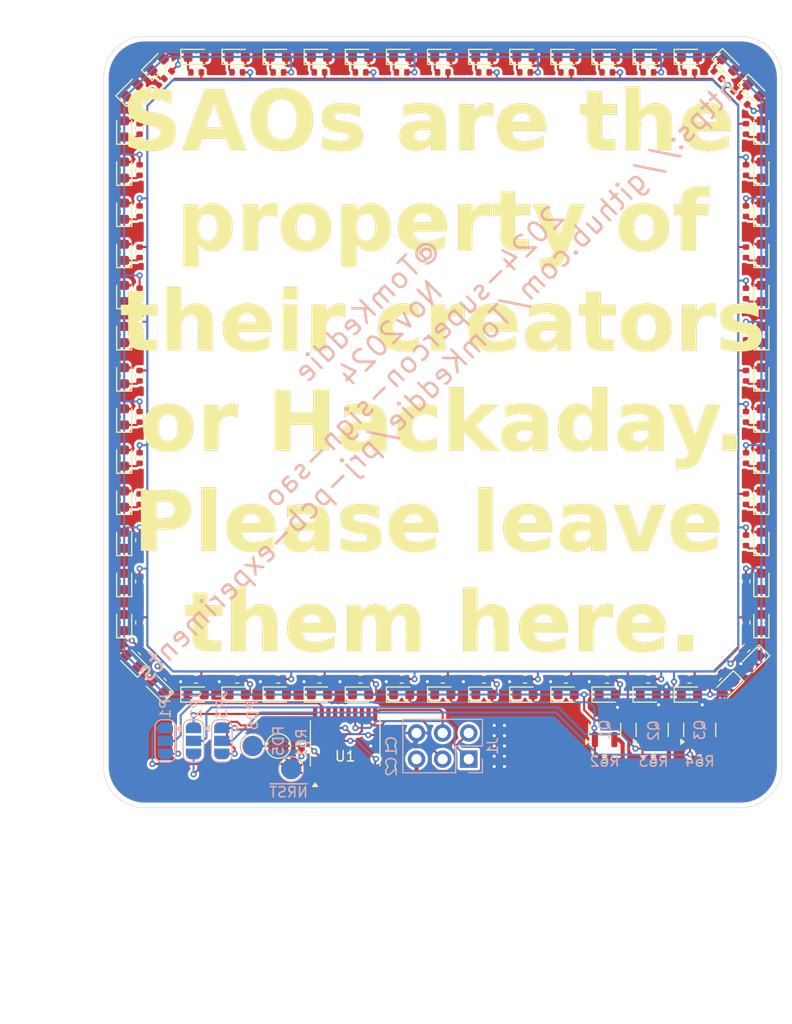
<source format=kicad_pcb>
(kicad_pcb (version 20240108) (generator "pcbnew") (generator_version "8.0")
  (layers (0 "F.Cu" signal) (31 "B.Cu" signal) (34 "B.Paste" user) (35 "F.Paste" user) (36 "B.SilkS" user "B.Silkscreen") (37 "F.SilkS" user "F.Silkscreen") (38 "B.Mask" user) (39 "F.Mask" user) (44 "Edge.Cuts" user))
  (net 0 "")
  (net 1 "+3.3V")
  (net 2 "GND")
  (net 3 "Net-(DA1-K)")
  (net 4 "Net-(DB1-K)")
  (net 5 "Net-(DC1-K)")
  (net 6 "/SWIO")
  (net 7 "/SDA")
  (net 8 "/GPIO")
  (net 9 "/SCL")
  (net 10 "/LEDCTRL0B")
  (net 11 "/LEDCTRL0A")
  (net 12 "Net-(JP1-C)")
  (net 13 "Net-(JP2-C)")
  (net 14 "/LEDCTRL1B")
  (net 15 "/LEDCTRL1A")
  (net 16 "Net-(JP3-C)")
  (net 17 "/LED0_CATHODE")
  (net 18 "/LED1_CATHODE")
  (net 19 "/LED2_CATHODE")
  (net 20 "/~{NRST}")
  (net 25 "Net-(U1-PD5)")
  (net 26 "Net-(U1-PD6)")
  (net 28 "/LEDCTRL2A")
  (net 29 "/LEDCTRL2B")
  (net 30 "Net-(DA2-K)")
  (net 31 "Net-(DA3-K)")
  (net 32 "Net-(DA4-K)")
  (net 33 "Net-(DB2-K)")
  (net 34 "Net-(DB3-K)")
  (net 35 "Net-(DB4-K)")
  (net 36 "Net-(DC2-K)")
  (net 37 "Net-(DC3-K)")
  (net 38 "Net-(DC4-K)")
  (net 39 "Net-(DA5-K)")
  (net 40 "Net-(DA6-K)")
  (net 41 "Net-(DA7-K)")
  (net 42 "Net-(DA8-K)")
  (net 43 "Net-(DA9-K)")
  (net 44 "Net-(DA10-K)")
  (net 45 "Net-(DB5-K)")
  (net 46 "Net-(DB6-K)")
  (net 47 "Net-(DB7-K)")
  (net 48 "Net-(DB8-K)")
  (net 49 "Net-(DB9-K)")
  (net 50 "Net-(DB10-K)")
  (net 51 "Net-(DC5-K)")
  (net 52 "Net-(DC6-K)")
  (net 53 "Net-(DC7-K)")
  (net 54 "Net-(DC8-K)")
  (net 55 "Net-(DC9-K)")
  (net 56 "Net-(DC10-K)")
  (net 57 "Net-(DA11-K)")
  (net 58 "Net-(DA12-K)")
  (net 59 "Net-(DA13-K)")
  (net 60 "Net-(DA14-K)")
  (net 61 "Net-(DA15-K)")
  (net 62 "Net-(DA16-K)")
  (net 63 "Net-(DA17-K)")
  (net 64 "Net-(DA18-K)")
  (net 65 "Net-(DA19-K)")
  (net 66 "Net-(DA20-K)")
  (net 67 "Net-(DB11-K)")
  (net 68 "Net-(DB12-K)")
  (net 69 "Net-(DB13-K)")
  (net 70 "Net-(DB14-K)")
  (net 71 "Net-(DB15-K)")
  (net 72 "Net-(DB16-K)")
  (net 73 "Net-(DB17-K)")
  (net 74 "Net-(DB18-K)")
  (net 75 "Net-(DB19-K)")
  (net 76 "Net-(DB20-K)")
  (net 77 "Net-(DC11-K)")
  (net 78 "Net-(DC12-K)")
  (net 79 "Net-(DC13-K)")
  (net 80 "Net-(DC14-K)")
  (net 81 "Net-(DC15-K)")
  (net 82 "Net-(DC16-K)")
  (net 83 "Net-(DC17-K)")
  (net 84 "Net-(DC18-K)")
  (net 85 "Net-(DC19-K)")
  (net 86 "Net-(DC20-K)")
  (footprint "library:R_0402_1005Metric" (layer "F.Cu") (at 122 128.5)
    (property "Reference" "R54" (hide yes))
    (property "Value" "330")
  )
  (footprint "library:LED_0603_1608Metric" (layer "F.Cu") (at 150 68)
    (property "Reference" "DB10" (hide yes))
    (property "Value" "LED_AMBER")
  )
  (footprint "library:LED_0603_1608Metric" (layer "F.Cu") (at 157 103 90)
    (property "Reference" "DC13" (hide yes))
    (property "Value" "LED_AMBER")
  )
  (footprint "library:LED_0603_1608Metric" (layer "F.Cu") (at 98.25 68.75 45)
    (property "Reference" "DA6" (hide yes))
    (property "Value" "LED_AMBER")
  )
  (footprint "library:LED_0603_1608Metric" (layer "F.Cu") (at 126 130)
    (property "Reference" "DB18" (hide yes))
    (property "Value" "LED_AMBER")
  )
  (footprint "library:R_0402_1005Metric" (layer "F.Cu") (at 150 128.5)
    (property "Reference" "R47" (hide yes))
    (property "Value" "330")
  )
  (footprint "library:LED_0603_1608Metric" (layer "F.Cu") (at 157 87 90)
    (property "Reference" "DB12" (hide yes))
    (property "Value" "LED_AMBER")
  )
  (footprint "library:R_0402_1005Metric" (layer "F.Cu") (at 96.75 72.25 45)
    (property "Reference" "R15" (hide yes))
    (property "Value" "330")
  )
  (footprint "library:LED_0603_1608Metric" (layer "F.Cu") (at 118 130)
    (property "Reference" "DA19" (hide yes))
    (property "Value" "LED_AMBER")
  )
  (footprint "library:R_0402_1005Metric" (layer "F.Cu") (at 155.5 111 90)
    (property "Reference" "R41" (hide yes))
    (property "Value" "330")
  )
  (footprint "library:R_0402_1005Metric" (layer "F.Cu") (at 142 69.5)
    (property "Reference" "R27" (hide yes))
    (property "Value" "330")
  )
  (footprint "library:LED_0603_1608Metric" (layer "F.Cu") (at 134 130)
    (property "Reference" "DC17" (hide yes))
    (property "Value" "LED_AMBER")
  )
  (footprint "library:R_0402_1005Metric" (layer "F.Cu") (at 146 69.5)
    (property "Reference" "R28" (hide yes))
    (property "Value" "330")
  )
  (footprint "library:R_0402_1005Metric" (layer "F.Cu") (at 102 128.5)
    (property "Reference" "R59" (hide yes))
    (property "Value" "330")
  )
  (footprint "library:R_0402_1005Metric" (layer "F.Cu") (at 126 69.5)
    (property "Reference" "R23" (hide yes))
    (property "Value" "330")
  )
  (footprint "library:SOT-23-GSD" (layer "F.Cu") (at 146.375001 133.4375 90)
    (property "Reference" "Q2")
    (property "Value" "AO3400A")
  )
  (footprint "library:SOT-23-GSD" (layer "F.Cu") (at 151 133.437501 90)
    (property "Reference" "Q3")
    (property "Value" "AO3400A")
  )
  (footprint "library:R_0402_1005Metric" (layer "F.Cu") (at 114 69.5)
    (property "Reference" "R20" (hide yes))
    (property "Value" "330")
  )
  (footprint "library:LED_0603_1608Metric" (layer "F.Cu") (at 142 68)
    (property "Reference" "DC9" (hide yes))
    (property "Value" "LED_AMBER")
  )
  (footprint "library:R_0402_1005Metric" (layer "F.Cu") (at 114 128.5)
    (property "Reference" "R56" (hide yes))
    (property "Value" "330")
  )
  (footprint "library:R_0402_1005Metric" (layer "F.Cu") (at 155.5 107 90)
    (property "Reference" "R40" (hide yes))
    (property "Value" "330")
  )
  (footprint "library:LED_0603_1608Metric" (layer "F.Cu") (at 122 68)
    (property "Reference" "DA8" (hide yes))
    (property "Value" "LED_AMBER")
  )
  (footprint "library:LED_0603_1608Metric" (layer "F.Cu") (at 110 68)
    (property "Reference" "DA7" (hide yes))
    (property "Value" "LED_AMBER")
  )
  (footprint "library:R_0402_1005Metric" (layer "F.Cu") (at 155.25 72.25 -45)
    (property "Reference" "R31" (hide yes))
    (property "Value" "330")
  )
  (footprint "library:LED_0603_1608Metric" (layer "F.Cu") (at 157 99 90)
    (property "Reference" "DB13" (hide yes))
    (property "Value" "LED_AMBER")
  )
  (footprint "library:C_0402_1005Metric" (layer "F.Cu") (at 121 135 90)
    (property "Reference" "C1")
    (property "Value" "100nF/16V/X7R")
  )
  (footprint "library:R_0402_1005Metric" (layer "F.Cu") (at 134 128.5)
    (property "Reference" "R51" (hide yes))
    (property "Value" "330")
  )
  (footprint "library:LED_0603_1608Metric" (layer "F.Cu") (at 153.75 129.25 -135)
    (property "Reference" "DA16" (hide yes))
    (property "Value" "LED_AMBER")
  )
  (footprint "library:LED_0603_1608Metric" (layer "F.Cu") (at 138 130)
    (property "Reference" "DB17" (hide yes))
    (property "Value" "LED_AMBER")
  )
  (footprint "library:LED_0603_1608Metric" (layer "F.Cu") (at 95 91 90)
    (property "Reference" "DA4" (hide yes))
    (property "Value" "LED_AMBER")
  )
  (footprint "library:LED_0603_1608Metric" (layer "F.Cu") (at 95 75 90)
    (property "Reference" "DB5" (hide yes))
    (property "Value" "LED_AMBER")
  )
  (footprint "library:R_0402_1005Metric" (layer "F.Cu") (at 146.5 136.25)
    (property "Reference" "R63")
    (property "Value" "100k")
  )
  (footprint "library:LED_0603_1608Metric" (layer "F.Cu") (at 114 130)
    (property "Reference" "DB19" (hide yes))
    (property "Value" "LED_AMBER")
  )
  (footprint "library:R_0402_1005Metric" (layer "F.Cu") (at 99.25 69.75 45)
    (property "Reference" "R16" (hide yes))
    (property "Value" "330")
  )
  (footprint "library:LED_0603_1608Metric" (layer "F.Cu") (at 157 83 90)
    (property "Reference" "DA12" (hide yes))
    (property "Value" "LED_AMBER")
  )
  (footprint "library:R_0402_1005Metric" (layer "F.Cu") (at 96.5 87 90)
    (property "Reference" "R11" (hide yes))
    (property "Value" "330")
  )
  (footprint "library:R_0402_1005Metric" (layer "F.Cu") (at 141.75 136.25)
    (property "Reference" "R62")
    (property "Value" "100k")
  )
  (footprint "library:R_0402_1005Metric" (layer "F.Cu") (at 122 69.5)
    (property "Reference" "R22" (hide yes))
    (property "Value" "330")
  )
  (footprint "library:R_0402_1005Metric" (layer "F.Cu") (at 155.5 87 90)
    (property "Reference" "R35" (hide yes))
    (property "Value" "330")
  )
  (footprint "library:LED_0603_1608Metric" (layer "F.Cu") (at 114 68)
    (property "Reference" "DB7" (hide yes))
    (property "Value" "LED_AMBER")
  )
  (footprint "library:LED_0603_1608Metric" (layer "F.Cu") (at 157 115 90)
    (property "Reference" "DC14" (hide yes))
    (property "Value" "LED_AMBER")
  )
  (footprint "library:R_0402_1005Metric" (layer "F.Cu") (at 118 69.5)
    (property "Reference" "R21" (hide yes))
    (property "Value" "330")
  )
  (footprint "library:LED_0603_1608Metric" (layer "F.Cu") (at 95 115 90)
    (property "Reference" "DA2" (hide yes))
    (property "Value" "LED_AMBER")
  )
  (footprint "library:R_0402_1005Metric" (layer "F.Cu") (at 96.5 123 90)
    (property "Reference" "R2" (hide yes))
    (property "Value" "330")
  )
  (footprint "library:R_0402_1005Metric" (layer "F.Cu") (at 155.5 115 90)
    (property "Reference" "R42" (hide yes))
    (property "Value" "330")
  )
  (footprint "library:R_0402_1005Metric" (layer "F.Cu") (at 146 128.5)
    (property "Reference" "R48" (hide yes))
    (property "Value" "330")
  )
  (footprint "library:LED_0603_1608Metric" (layer "F.Cu") (at 157 91 90)
    (property "Reference" "DC12" (hide yes))
    (property "Value" "LED_AMBER")
  )
  (footprint "library:LED_0603_1608Metric" (layer "F.Cu") (at 157 95 90)
    (property "Reference" "DA13" (hide yes))
    (property "Value" "LED_AMBER")
  )
  (footprint "library:LED_0603_1608Metric" (layer "F.Cu") (at 102 130)
    (property "Reference" "DB20" (hide yes))
    (property "Value" "LED_AMBER")
  )
  (footprint "library:R_0402_1005Metric" (layer "F.Cu") (at 96.5 91 90)
    (property "Reference" "R10" (hide yes))
    (property "Value" "330")
  )
  (footprint "library:LED_0603_1608Metric" (layer "F.Cu") (at 157 119 90)
    (property "Reference" "DA15" (hide yes))
    (property "Value" "LED_AMBER")
  )
  (footprint "library:LED_0603_1608Metric" (layer "F.Cu") (at 122 130)
    (property "Reference" "DC18" (hide yes))
    (property "Value" "LED_AMBER")
  )
  (footprint "library:R_0402_1005Metric" (layer "F.Cu") (at 126 128.5)
    (property "Reference" "R53" (hide yes))
    (property "Value" "330")
  )
  (footprint "library:LED_0603_1608Metric" (layer "F.Cu") (at 95.75 71.25 45)
    (property "Reference" "DC5" (hide yes))
    (property "Value" "LED_AMBER")
  )
  (footprint "library:R_0402_1005Metric" (layer "F.Cu") (at 96.5 83 90)
    (property "Reference" "R12" (hide yes))
    (property "Value" "330")
  )
  (footprint "library:R_0402_1005Metric" (layer "F.Cu") (at 118 128.5)
    (property "Reference" "R55" (hide yes))
    (property "Value" "330")
  )
  (footprint "library:LED_0603_1608Metric" (layer "F.Cu") (at 95 103 90)
    (property "Reference" "DA3" (hide yes))
    (property "Value" "LED_AMBER")
  )
  (footprint "library:R_0402_1005Metric" (layer "F.Cu") (at 96.5 103 90)
    (property "Reference" "R7" (hide yes))
    (property "Value" "330")
  )
  (footprint "library:R_0402_1005Metric" (layer "F.Cu") (at 112.25 134.75 -90)
    (property "Reference" "R61")
    (property "Value" "10k")
  )
  (footprint "library:R_0402_1005Metric" (layer "F.Cu") (at 110 69.5)
    (property "Reference" "R19" (hide yes))
    (property "Value" "330")
  )
  (footprint "library:R_0402_1005Metric" (layer "F.Cu") (at 106 69.5)
    (property "Reference" "R18" (hide yes))
    (property "Value" "330")
  )
  (footprint "library:LED_0603_1608Metric" (layer "F.Cu") (at 95 79 90)
    (property "Reference" "DA5" (hide yes))
    (property "Value" "LED_AMBER")
  )
  (footprint "library:R_0402_1005Metric" (layer "F.Cu") (at 155.5 75 90)
    (property "Reference" "R32" (hide yes))
    (property "Value" "330")
  )
  (footprint "library:LED_0603_1608Metric" (layer "F.Cu") (at 157 107 90)
    (property "Reference" "DA14" (hide yes))
    (property "Value" "LED_AMBER")
  )
  (footprint "library:R_0402_1005Metric" (layer "F.Cu") (at 102 69.5)
    (property "Reference" "R17" (hide yes))
    (property "Value" "330")
  )
  (footprint "library:R_0402_1005Metric" (layer "F.Cu") (at 96.5 111 90)
    (property "Reference" "R5" (hide yes))
    (property "Value" "330")
  )
  (footprint "library:R_0402_1005Metric" (layer "F.Cu") (at 96.75 125.75 135)
    (property "Reference" "R1" (hide yes))
    (property "Value" "330")
  )
  (footprint "library:LED_0603_1608Metric" (layer "F.Cu") (at 134 68)
    (property "Reference" "DA9" (hide yes))
    (property "Value" "LED_AMBER")
  )
  (footprint "library:R_0402_1005Metric" (layer "F.Cu") (at 155.5 83 90)
    (property "Reference" "R34" (hide yes))
    (property "Value" "330")
  )
  (footprint "library:LED_0603_1608Metric" (layer "F.Cu") (at 138 68)
    (property "Reference" "DB9" (hide yes))
    (property "Value" "LED_AMBER")
  )
  (footprint "library:R_0402_1005Metric" (layer "F.Cu") (at 150 69.5)
    (property "Reference" "R29" (hide yes))
    (property "Value" "330")
  )
  (footprint "library:SOT-23-GSD" (layer "F.Cu") (at 141.75 133.4375 90)
    (property "Reference" "Q1")
    (property "Value" "AO3400A")
  )
  (footprint "library:LED_0603_1608Metric" (layer "F.Cu") (at 157 111 90)
    (property "Reference" "DB14" (hide yes))
    (property "Value" "LED_AMBER")
  )
  (footprint "library:LED_0603_1608Metric" (layer "F.Cu") (at 157 75 90)
    (property "Reference" "DB11" (hide yes))
    (property "Value" "LED_AMBER")
  )
  (footprint "library:R_0402_1005Metric" (layer "F.Cu") (at 99.25 128.25 135)
    (property "Reference" "R60" (hide yes))
    (property "Value" "330")
  )
  (footprint "library:R_0402_1005Metric" (layer "F.Cu") (at 96.5 75 90)
    (property "Reference" "R14" (hide yes))
    (property "Value" "330")
  )
  (footprint "library:R_0402_1005Metric" (layer "F.Cu") (at 138 69.5)
    (property "Reference" "R26" (hide yes))
    (property "Value" "330")
  )
  (footprint "library:R_0402_1005Metric" (layer "F.Cu") (at 137.99 128.5)
    (property "Reference" "R50" (hide yes))
    (property "Value" "330")
  )
  (footprint "library:LED_0603_1608Metric" (layer "F.Cu") (at 95 87 90)
    (property "Reference" "DB4" (hide yes))
    (property "Value" "LED_AMBER")
  )
  (footprint "library:R_0402_1005Metric" (layer "F.Cu") (at 96.5 119 90)
    (property "Reference" "R3" (hide yes))
    (property "Value" "330")
  )
  (footprint "library:LED_0603_1608Metric" (layer "F.Cu") (at 118 68)
    (property "Reference" "DC7" (hide yes))
    (property "Value" "LED_AMBER")
  )
  (footprint "library:LED_0603_1608Metric" (layer "F.Cu") (at 157 123 90)
    (property "Reference" "DB15" (hide yes))
    (property "Value" "LED_AMBER")
  )
  (footprint "library:LED_0603_1608Metric" (layer "F.Cu") (at 95.75 126.75 135)
    (property "Reference" "DA1" (hide yes))
    (property "Value" "LED_AMBER")
  )
  (footprint "library:LED_0603_1608Metric" (layer "F.Cu") (at 106 68)
    (property "Reference" "DC6" (hide yes))
    (property "Value" "LED_AMBER")
  )
  (footprint "library:LED_0603_1608Metric" (layer "F.Cu") (at 95 111 90)
    (property "Reference" "DB2" (hide yes))
    (property "Value" "LED_AMBER")
  )
  (footprint "library:R_0402_1005Metric" (layer "F.Cu") (at 96.5 95 90)
    (property "Reference" "R9" (hide yes))
    (property "Value" "330")
  )
  (footprint "library:R_0402_1005Metric" (layer "F.Cu") (at 110 128.5)
    (property "Reference" "R57" (hide yes))
    (property "Value" "330")
  )
  (footprint "library:LED_0603_1608Metric" (layer "F.Cu") (at 146 68)
    (property "Reference" "DA10" (hide yes))
    (property "Value" "LED_AMBER")
  )
  (footprint "library:LED_0603_1608Metric" (layer "F.Cu") (at 153.75 68.75 -45)
    (property "Reference" "DC10" (hide yes))
    (property "Value" "LED_AMBER")
  )
  (footprint "library:LED_0603_1608Metric" (layer "F.Cu") (at 157 79 90)
    (property "Reference" "DC11" (hide yes))
    (property "Value" "LED_AMBER")
  )
  (footprint "library:R_0402_1005Metric" (layer "F.Cu") (at 151 136.25)
    (property "Reference" "R64")
    (property "Value" "100k")
  )
  (footprint "library:TSSOP-20_4.4x6.5mm_P0.65mm" (layer "F.Cu") (at 116.5 134.75 90)
    (property "Reference" "U1")
    (property "Value" "CH32V003F4P6")
  )
  (footprint "library:LED_0603_1608Metric" (layer "F.Cu") (at 130 68)
    (property "Reference" "DC8" (hide yes))
    (property "Value" "LED_AMBER")
  )
  (footprint "library:LED_0603_1608Metric" (layer "F.Cu") (at 95 123 90)
    (property "Reference" "DB1" (hide yes))
    (property "Value" "LED_AMBER")
  )
  (footprint "library:R_0402_1005Metric" (layer "F.Cu") (at 96.5 115 90)
    (property "Reference" "R4" (hide yes))
    (property "Value" "330")
  )
  (footprint "library:LED_0603_1608Metric" (layer "F.Cu") (at 156.25 126.75 -135)
    (property "Reference" "DC15" (hide yes))
    (property "Value" "LED_AMBER")
  )
  (footprint "library:LED_0603_1608Metric" (layer "F.Cu") (at 95 83 90)
    (property "Reference" "DC4" (hide yes))
    (property "Value" "LED_AMBER")
  )
  (footprint "library:R_0402_1005Metric" (layer "F.Cu") (at 155.5 103 90)
    (property "Reference" "R39" (hide yes))
    (property "Value" "330")
  )
  (footprint "library:R_0402_1005Metric" (layer "F.Cu") (at 96.5 99 90)
    (property "Reference" "R8" (hide yes))
    (property "Value" "330")
  )
  (footprint "library:LED_0603_1608Metric" (layer "F.Cu") (at 142 130)
    (property "Reference" "DA17" (hide yes))
    (property "Value" "LED_AMBER")
  )
  (footprint "library:LED_0603_1608Metric" (layer "F.Cu") (at 98.25 129.25 135)
    (property "Reference" "DC20" (hide yes))
    (property "Value" "LED_AMBER")
  )
  (footprint "library:LED_0603_1608Metric" (layer "F.Cu") (at 146 130)
    (property "Reference" "DC16" (hide yes))
    (property "Value" "LED_AMBER")
  )
  (footprint "library:LED_0603_1608Metric" (layer "F.Cu") (at 95 95 90)
    (property "Reference" "DC3" (hide yes))
    (property "Value" "LED_AMBER")
  )
  (footprint "library:R_0402_1005Metric" (layer "F.Cu") (at 152.75 128.25 -135)
    (property "Reference" "R46" (hide yes))
    (property "Value" "330")
  )
  (footprint "library:R_0402_1005Metric" (layer "F.Cu") (at 152.75 69.75 -45)
    (property "Reference" "R30" (hide yes))
    (property "Value" "330")
  )
  (footprint "library:LED_0603_1608Metric" (layer "F.Cu") (at 102 68)
    (property "Reference" "DB6" (hide yes))
    (property "Value" "LED_AMBER")
  )
  (footprint "library:TestPoint_Pad_D2.0mm" (layer "F.Cu") (at 110 135)
    (property "Reference" "PD5")
    (property "Value" "TestPoint")
  )
  (footprint "library:R_0402_1005Metric" (layer "F.Cu") (at 155.5 79 90)
    (property "Reference" "R33" (hide yes))
    (property "Value" "330")
  )
  (footprint "library:LED_0603_1608Metric" (layer "F.Cu") (at 106 130)
    (property "Reference" "DA20" (hide yes))
    (property "Value" "LED_AMBER")
  )
  (footprint "library:LED_0603_1608Metric" (layer "F.Cu") (at 95 99 90)
    (property "Reference" "DB3" (hide yes))
    (property "Value" "LED_AMBER")
  )
  (footprint "library:R_0402_1005Metric" (layer "F.Cu") (at 106 128.5)
    (property "Reference" "R58" (hide yes))
    (property "Value" "330")
  )
  (footprint "library:R_0402_1005Metric" (layer "F.Cu") (at 96.5 79 90)
    (property "Reference" "R13" (hide yes))
    (property "Value" "330")
  )
  (footprint "library:LED_0603_1608Metric" (layer "F.Cu") (at 95 119 90)
    (property "Reference" "DC1" (hide yes))
    (property "Value" "LED_AMBER")
  )
  (footprint "library:LED_0603_1608Metric" (layer "F.Cu") (at 150 130)
    (property "Reference" "DB16" (hide yes))
    (property "Value" "LED_AMBER")
  )
  (footprint "library:R_0402_1005Metric" (layer "F.Cu") (at 96.5 107 90)
    (property "Reference" "R6" (hide yes))
    (property "Value" "330")
  )
  (footprint "library:LED_0603_1608Metric" (layer "F.Cu") (at 110 130)
    (property "Reference" "DC19" (hide yes))
    (property "Value" "LED_AMBER")
  )
  (footprint "library:LED_0603_1608Metric" (layer "F.Cu") (at 95 107 90)
    (property "Reference" "DC2" (hide yes))
    (property "Value" "LED_AMBER")
  )
  (footprint "library:R_0402_1005Metric" (layer "F.Cu") (at 155.5 99 90)
    (property "Reference" "R38" (hide yes))
    (property "Value" "330")
  )
  (footprint "library:R_0402_1005Metric" (layer "F.Cu") (at 155.5 95 90)
    (property "Reference" "R37" (hide yes))
    (property "Value" "330")
  )
  (footprint "library:R_0402_1005Metric" (layer "F.Cu") (at 155.5 123 90)
    (property "Reference" "R44" (hide yes))
    (property "Value" "330")
  )
  (footprint "library:LED_0603_1608Metric" (layer "F.Cu") (at 126 68)
    (property "Reference" "DB8" (hide yes))
    (property "Value" "LED_AMBER")
  )
  (footprint "library:C_0402_1005Metric" (layer "F.Cu") (at 121 137 -90)
    (property "Reference" "C2")
    (property "Value" "10uF/6.3V/X5R")
  )
  (footprint "library:R_0402_1005Metric" (layer "F.Cu") (at 130 69.5)
    (property "Reference" "R24" (hide yes))
    (property "Value" "330")
  )
  (footprint "library:LED_0603_1608Metric" (layer "F.Cu") (at 156.25 71.25 -45)
    (property "Reference" "DA11" (hide yes))
    (property "Value" "LED_AMBER")
  )
  (footprint "library:LED_0603_1608Metric" (layer "F.Cu") (at 130 130)
    (property "Reference" "DA18" (hide yes))
    (property "Value" "LED_AMBER")
  )
  (footprint "library:R_0402_1005Metric" (layer "F.Cu") (at 130 128.5)
    (property "Reference" "R52" (hide yes))
    (property "Value" "330")
  )
  (footprint "library:R_0402_1005Metric" (layer "F.Cu") (at 155.5 125.5 -135)
    (property "Reference" "R45" (hide yes))
    (property "Value" "330")
  )
  (footprint "library:R_0402_1005Metric" (layer "F.Cu") (at 155.5 91 90)
    (property "Reference" "R36" (hide yes))
    (property "Value" "330")
  )
  (footprint "library:R_0402_1005Metric" (layer "F.Cu") (at 155.5 119 90)
    (property "Reference" "R43" (hide yes))
    (property "Value" "330")
  )
  (footprint "library:R_0402_1005Metric" (layer "F.Cu") (at 142 128.5)
    (property "Reference" "R49" (hide yes))
    (property "Value" "330")
  )
  (footprint "library:R_0402_1005Metric" (layer "F.Cu") (at 134 69.5)
    (property "Reference" "R25" (hide yes))
    (property "Value" "330")
  )
  (footprint "library:SolderJumper-3_P1.3mm_Open_RoundedPad1.0x1.5mm" (layer "B.Cu") (at 104.5 134.5 -90)
    (property "Reference" "JP3")
    (property "Value" "LED1")
  )
  (footprint "library:TestPoint_Pad_D2.0mm" (layer "B.Cu") (at 107.5 135 180)
    (property "Reference" "PD6")
    (property "Value" "TestPoint")
  )
  (footprint "library:TestPoint_Pad_D2.0mm" (layer "B.Cu") (at 111.25 137.25 180)
    (property "Reference" "~{NRST}")
    (property "Value" "~{NRST}")
  )
  (footprint "library:PinHeader_2x03_P2.54mm_Vertical" (layer "B.Cu") (at 128.525 136.275 90)
    (property "Reference" "J1")
    (property "Value" "Conn_01x06")
  )
  (footprint "library:SolderJumper-3_P1.3mm_Open_RoundedPad1.0x1.5mm" (layer "B.Cu") (at 99 134.5 -90)
    (property "Reference" "JP1")
    (property "Value" "LED0")
  )
  (footprint "library:SolderJumper-3_P1.3mm_Open_RoundedPad1.0x1.5mm" (layer "B.Cu") (at 101.75 134.5 -90)
    (property "Reference" "JP2")
    (property "Value" "LED1")
  )
  (gr_line (start 97 141) (end 155 141) (stroke (width 0.05)) (layer "Edge.Cuts"))
  (gr_arc (start 97 141) (mid 94.171573 139.828427) (end 93 137) (stroke (width 0.05)) (layer "Edge.Cuts"))
  (gr_line (start 93 70) (end 93 137) (stroke (width 0.05)) (layer "Edge.Cuts"))
  (gr_line (start 159 70) (end 159 137) (stroke (width 0.05)) (layer "Edge.Cuts"))
  (gr_arc (start 159 137) (mid 157.828427 139.828427) (end 155 141) (stroke (width 0.05)) (layer "Edge.Cuts"))
  (gr_line (start 155 66) (end 97 66) (stroke (width 0.05)) (layer "Edge.Cuts"))
  (gr_arc (start 155 66) (mid 157.828427 67.171573) (end 159 70) (stroke (width 0.05)) (layer "Edge.Cuts"))
  (gr_arc (start 93 70) (mid 94.171573 67.171573) (end 97 66) (stroke (width 0.05)) (layer "Edge.Cuts"))
  (gr_text "SAOs are the \nproperty of\ntheir creators\nor Hackaday.\nPlease leave \nthem here." (at 126 99 0) (layer "F.Cu") (effects (font (size 5.8 5.8) (thickness 1) (bold yes))))
  (gr_text "@TomKeddie\nNov2024\n2024-supercon-sign-sao\nhttps://github.com/TomKeddie/prj-pcb-experiments" (at 122 96 45) (layer "B.SilkS") (effects (font (size 2 2) (thickness 0.25)) (justify mirror)))
  (gr_text "SAOs are the \nproperty of\ntheir creators\nor Hackaday.\nPlease leave \nthem here." (at 126 99 0) (layer "F.SilkS") (effects (font (size 5.8 5.8) (thickness 1) (bold yes))))
  (segment (start 118.775 137.6125) (end 118.775 136.815122) (width 0.4) (layer "F.Cu") (net 1))
  (segment (start 120 130) (end 120.5 129.5) (width 0.2) (layer "F.Cu") (net 1))
  (segment (start 118.7875 130) (end 120 130) (width 0.2) (layer "F.Cu") (net 1))
  (segment (start 117.959878 136) (end 117 136) (width 0.4) (layer "F.Cu") (net 1))
  (segment (start 142.7875 130) (end 142.7875 131.0375) (width 0.2) (layer "F.Cu") (net 1))
  (segment (start 120.5 129.5) (end 120.5 128.75) (width 0.2) (layer "F.Cu") (net 1))
  (segment (start 142.7875 131.0375) (end 143 131.25) (width 0.2) (layer "F.Cu") (net 1))
  (segment (start 106.7875 130) (end 107.75 130) (width 0.2) (layer "F.Cu") (net 1))
  (segment (start 118.775 136.815122) (end 117.959878 136) (width 0.4) (layer "F.Cu") (net 1))
  (segment (start 107.75 130) (end 108.25 129.5) (width 0.2) (layer "F.Cu") (net 1))
  (segment (start 108.25 129.5) (end 108.25 128.75) (width 0.2) (layer "F.Cu") (net 1))
  (via (at 147.75 129.25) (size 0.6) (drill 0.3) (layers "F.Cu" "B.Cu") (net 1))
  (via (at 119 135) (size 0.6) (drill 0.3) (layers "F.Cu" "B.Cu") (net 1))
  (via (at 132 135) (size 0.6) (drill 0.3) (layers "F.Cu" "B.Cu") (net 1))
  (via (at 140.25 128.75) (size 0.6) (drill 0.3) (layers "F.Cu" "B.Cu") (net 1))
  (via (at 104.25 128.75) (size 0.6) (drill 0.3) (layers "F.Cu" "B.Cu") (net 1))
  (via (at 132 133) (size 0.6) (drill 0.3) (layers "F.Cu" "B.Cu") (net 1))
  (via (at 132 134) (size 0.6) (drill 0.3) (layers "F.Cu" "B.Cu") (net 1))
  (via (at 131 137) (size 0.6) (drill 0.3) (layers "F.Cu" "B.Cu") (net 1))
  (via (at 136.5 128.75) (size 0.6) (drill 0.3) (layers "F.Cu" "B.Cu") (net 1))
  (via (at 131 134) (size 0.6) (drill 0.3) (layers "F.Cu" "B.Cu") (net 1))
  (via (at 132 136) (size 0.6) (drill 0.3) (layers "F.Cu" "B.Cu") (net 1))
  (via (at 155 127) (size 0.6) (drill 0.3) (layers "F.Cu" "B.Cu") (net 1))
  (via (at 124.5 128.75) (size 0.6) (drill 0.3) (layers "F.Cu" "B.Cu") (net 1))
  (via (at 131 136) (size 0.6) (drill 0.3) (layers "F.Cu" "B.Cu") (net 1))
  (via (at 132.5 128.75) (size 0.6) (drill 0.3) (layers "F.Cu" "B.Cu") (net 1))
  (via (at 112.5 128.75) (size 0.6) (drill 0.3) (layers "F.Cu" "B.Cu") (net 1))
  (via (at 143 131.25) (size 0.6) (drill 0.3) (layers "F.Cu" "B.Cu") (net 1))
  (via (at 131 135) (size 0.6) (drill 0.3) (layers "F.Cu" "B.Cu") (net 1))
  (via (at 151.25 131) (size 0.6) (drill 0.3) (layers "F.Cu" "B.Cu") (net 1))
  (via (at 120.5 128.75) (size 0.6) (drill 0.3) (layers "F.Cu" "B.Cu") (net 1))
  (via (at 100.5 128.75) (size 0.6) (drill 0.3) (layers "F.Cu" "B.Cu") (net 1))
  (via (at 108.25 128.75) (size 0.6) (drill 0.3) (layers "F.Cu" "B.Cu") (net 1))
  (via (at 132 137) (size 0.6) (drill 0.3) (layers "F.Cu" "B.Cu") (net 1))
  (via (at 116 128.75) (size 0.6) (drill 0.3) (layers "F.Cu" "B.Cu") (net 1))
  (via (at 147 131) (size 0.6) (drill 0.3) (layers "F.Cu" "B.Cu") (net 1))
  (via (at 128 128.75) (size 0.6) (drill 0.3) (layers "F.Cu" "B.Cu") (net 1))
  (via (at 131 133) (size 0.6) (drill 0.3) (layers "F.Cu" "B.Cu") (net 1))
  (segment (start 123.445 133.735) (end 123.445 134.555) (width 0.4) (layer "B.Cu") (net 1))
  (segment (start 123 135) (end 122 135) (width 0.4) (layer "B.Cu") (net 1))
  (segment (start 123 135) (end 123.445 134.555) (width 0.4) (layer "B.Cu") (net 1))
  (segment (start 152.25 138.75) (end 152.75 138.25) (width 0.4) (layer "F.Cu") (net 2))
  (segment (start 143.5 138.75) (end 143.5 136.25) (width 0.4) (layer "F.Cu") (net 2))
  (segment (start 121.77 134.52) (end 122 134.75) (width 0.2) (layer "F.Cu") (net 2))
  (segment (start 122 134.75) (end 122 135.25) (width 0.2) (layer "F.Cu") (net 2))
  (segment (start 147.625 134.375) (end 147.325001 134.375) (width 0.4) (layer "F.Cu") (net 2))
  (segment (start 117.475 137.6125) (end 117.475 138.409878) (width 0.4) (layer "F.Cu") (net 2))
  (segment (start 152.375001 134.375001) (end 151.95 134.375001) (width 0.4) (layer "F.Cu") (net 2))
  (segment (start 123.5 138.75) (end 143.5 138.75) (width 0.4) (layer "F.Cu") (net 2))
  (segment (start 117.475 138.409878) (end 117.815122 138.75) (width 0.4) (layer "F.Cu") (net 2))
  (segment (start 142.259999 136.25) (end 143.5 136.25) (width 0.2) (layer "F.Cu") (net 2))
  (segment (start 148 134.75) (end 147.625 134.375) (width 0.4) (layer "F.Cu") (net 2))
  (segment (start 152.75 136.25) (end 152.75 134.75) (width 0.4) (layer "F.Cu") (net 2))
  (segment (start 117.815122 138.75) (end 121 138.75) (width 0.4) (layer "F.Cu") (net 2))
  (segment (start 147.009999 136.25) (end 148 136.25) (width 0.2) (layer "F.Cu") (net 2))
  (segment (start 152.75 138.25) (end 152.75 136.25) (width 0.4) (layer "F.Cu") (net 2))
  (segment (start 121 138.75) (end 122 138.75) (width 0.4) (layer "F.Cu") (net 2))
  (segment (start 123.445001 138.695001) (end 123.5 138.75) (width 0.4) (layer "F.Cu") (net 2))
  (segment (start 123.445001 136.275) (end 123.445001 138.695001) (width 0.4) (layer "F.Cu") (net 2))
  (segment (start 151.509999 136.25) (end 152.75 136.25) (width 0.2) (layer "F.Cu") (net 2))
  (segment (start 122 138.75) (end 123.5 138.75) (width 0.4) (layer "F.Cu") (net 2))
  (segment (start 152.75 134.75) (end 152.375001 134.375001) (width 0.4) (layer "F.Cu") (net 2))
  (segment (start 148 136.25) (end 148 134.75) (width 0.4) (layer "F.Cu") (net 2))
  (segment (start 121 134.52) (end 121.77 134.52) (width 0.2) (layer "F.Cu") (net 2))
  (segment (start 148 138.75) (end 148 136.25) (width 0.4) (layer "F.Cu") (net 2))
  (segment (start 143.5 138.75) (end 148 138.75) (width 0.4) (layer "F.Cu") (net 2))
  (segment (start 143.125 134.375) (end 142.7 134.375) (width 0.4) (layer "F.Cu") (net 2))
  (segment (start 143.5 134.75) (end 143.125 134.375) (width 0.4) (layer "F.Cu") (net 2))
  (segment (start 122 138.75) (end 122 135.25) (width 0.4) (layer "F.Cu") (net 2))
  (segment (start 143.5 136.25) (end 143.5 134.75) (width 0.4) (layer "F.Cu") (net 2))
  (segment (start 148 138.75) (end 152.25 138.75) (width 0.4) (layer "F.Cu") (net 2))
  (segment (start 121 137.48) (end 121 138.75) (width 0.2) (layer "F.Cu") (net 2))
  (segment (start 97.110624 126.110624) (end 97.110624 126.50307) (width 0.2) (layer "F.Cu") (net 3))
  (segment (start 97.110624 126.50307) (end 96.306847 127.306847) (width 0.2) (layer "F.Cu") (net 3))
  (segment (start 96.5 123.509999) (end 96.222499 123.7875) (width 0.2) (layer "F.Cu") (net 4))
  (segment (start 96.222499 123.7875) (end 95 123.7875) (width 0.2) (layer "F.Cu") (net 4))
  (segment (start 96.5 119.509999) (end 96.222499 119.7875) (width 0.2) (layer "F.Cu") (net 5))
  (segment (start 96.222499 119.7875) (end 95 119.7875) (width 0.2) (layer "F.Cu") (net 5))
  (segment (start 115.581544 133.25) (end 116.5 133.25) (width 0.2) (layer "F.Cu") (net 6))
  (segment (start 122.023654 133.94) (end 123.208654 135.125) (width 0.2) (layer "F.Cu") (net 6))
  (segment (start 122.023654 133.94) (end 118.75 133.94) (width 0.2) (layer "F.Cu") (net 6))
  (segment (start 114.875 132.543456) (end 115.581544 133.25) (width 0.2) (layer "F.Cu") (net 6))
  (segment (start 114.875 131.8875) (end 114.875 132.543456) (width 0.2) (layer "F.Cu") (net 6))
  (segment (start 123.208654 135.125) (end 124.125 135.125) (width 0.2) (layer "F.Cu") (net 6))
  (segment (start 124.125 135.125) (end 124.835 135.835) (width 0.2) (layer "F.Cu") (net 6))
  (segment (start 127.25 136.75) (end 127.25 135.01) (width 0.2) (layer "F.Cu") (net 6))
  (segment (start 124.835 136.751346) (end 125.508654 137.425) (width 0.2) (layer "F.Cu") (net 6))
  (segment (start 126.575 137.425) (end 127.25 136.75) (width 0.2) (layer "F.Cu") (net 6))
  (segment (start 127.25 135.01) (end 128.525 133.735) (width 0.2) (layer "F.Cu") (net 6))
  (segment (start 124.835 135.835) (end 124.835 136.751346) (width 0.2) (layer "F.Cu") (net 6))
  (segment (start 125.508654 137.425) (end 126.575 137.425) (width 0.2) (layer "F.Cu") (net 6))
  (via (at 118.75 133.94) (size 0.6) (drill 0.3) (layers "F.Cu" "B.Cu") (net 6))
  (via (at 116.5 133.25) (size 0.6) (drill 0.3) (layers "F.Cu" "B.Cu") (net 6))
  (segment (start 118.66 133.85) (end 118.75 133.94) (width 0.2) (layer "B.Cu") (net 6))
  (segment (start 116.5 133.25) (end 117.1 133.85) (width 0.2) (layer "B.Cu") (net 6))
  (segment (start 117.1 133.85) (end 118.66 133.85) (width 0.2) (layer "B.Cu") (net 6))
  (segment (start 125.985 133.735) (end 125.985 131.765) (width 0.2) (layer "F.Cu") (net 7))
  (segment (start 119.8125 131.5) (end 119.425 131.8875) (width 0.2) (layer "F.Cu") (net 7))
  (segment (start 125.985 131.765) (end 126 131.75) (width 0.2) (layer "F.Cu") (net 7))
  (segment (start 125.75 131.5) (end 119.8125 131.5) (width 0.2) (layer "F.Cu") (net 7))
  (segment (start 126 131.75) (end 125.75 131.5) (width 0.2) (layer "F.Cu") (net 7))
  (segment (start 117.475 131.8875) (end 117.475 133.225) (width 0.2) (layer "F.Cu") (net 8))
  (segment (start 117.475 133.225) (end 117.5 133.25) (width 0.2) (layer "F.Cu") (net 8))
  (via (at 117.5 133.25) (size 0.6) (drill 0.3) (layers "F.Cu" "B.Cu") (net 8))
  (segment (start 128.525 136.275) (end 127.135 134.885) (width 0.2) (layer "B.Cu") (net 8))
  (segment (start 117.5 133.25) (end 118.908529 133.25) (width 0.2) (layer "B.Cu") (net 8))
  (segment (start 119.573529 132.585) (end 118.908529 133.25) (width 0.2) (layer "B.Cu") (net 8))
  (segment (start 126.461346 132.585) (end 119.573529 132.585) (width 0.2) (layer "B.Cu") (net 8))
  (segment (start 127.135 134.885) (end 127.135 133.258654) (width 0.2) (layer "B.Cu") (net 8))
  (segment (start 127.135 133.258654) (end 126.461346 132.585) (width 0.2) (layer "B.Cu") (net 8))
  (segment (start 118.775 132.624999) (end 118.775 131.8875) (width 0.2) (layer "F.Cu") (net 9))
  (segment (start 120.415 132.585) (end 120 133) (width 0.2) (layer "F.Cu") (net 9))
  (segment (start 124.085 132.585) (end 120.415 132.585) (width 0.2) (layer "F.Cu") (net 9))
  (segment (start 120 133) (end 119.150001 133) (width 0.2) (layer "F.Cu") (net 9))
  (segment (start 125.985 136.275) (end 124.595 134.885) (width 0.2) (layer "F.Cu") (net 9))
  (segment (start 124.595 133.095) (end 124.085 132.585) (width 0.2) (layer "F.Cu") (net 9))
  (segment (start 124.595 134.885) (end 124.595 133.095) (width 0.2) (layer "F.Cu") (net 9))
  (segment (start 119.150001 133) (end 118.775 132.624999) (width 0.2) (layer "F.Cu") (net 9))
  (segment (start 113.575 137.6125) (end 111.546815 137.6125) (width 0.2) (layer "F.Cu") (net 10))
  (segment (start 111.546815 137.6125) (end 110.684315 136.75) (width 0.2) (layer "F.Cu") (net 10))
  (segment (start 110.684315 136.75) (end 97.75 136.75) (width 0.2) (layer "F.Cu") (net 10))
  (via (at 97.75 136.75) (size 0.6) (drill 0.3) (layers "F.Cu" "B.Cu") (net 10))
  (segment (start 98.245 133.2) (end 99 133.2) (width 0.2) (layer "B.Cu") (net 10))
  (segment (start 97.75 133.695) (end 98.245 133.2) (width 0.2) (layer "B.Cu") (net 10))
  (segment (start 97.75 136.75) (end 97.75 133.695) (width 0.2) (layer "B.Cu") (net 10))
  (segment (start 100 131.25) (end 100 135.5) (width 0.2) (layer "F.Cu") (net 11))
  (segment (start 114.225 131.8875) (end 114.225 131.150001) (width 0.2) (layer "F.Cu") (net 11))
  (segment (start 100.4 130.85) (end 100 131.25) (width 0.2) (layer "F.Cu") (net 11))
  (segment (start 113.924999 130.85) (end 100.4 130.85) (width 0.2) (layer "F.Cu") (net 11))
  (segment (start 114.225 131.150001) (end 113.924999 130.85) (width 0.2) (layer "F.Cu") (net 11))
  (segment (start 100 135.5) (end 100.25 135.75) (width 0.2) (layer "F.Cu") (net 11))
  (via (at 100.25 135.75) (size 0.6) (drill 0.3) (layers "F.Cu" "B.Cu") (net 11))
  (segment (start 100.25 135.75) (end 99.05 135.75) (width 0.2) (layer "B.Cu") (net 11))
  (segment (start 99.05 135.75) (end 99 135.8) (width 0.2) (layer "B.Cu") (net 11))
  (segment (start 140.75 134.325) (end 140.8 134.375) (width 0.2) (layer "F.Cu") (net 12))
  (segment (start 140.75 133.25) (end 140.75 134.325) (width 0.2) (layer "F.Cu") (net 12))
  (segment (start 140.8 134.375) (end 140.8 135.809999) (width 0.2) (layer "F.Cu") (net 12))
  (segment (start 140.8 135.809999) (end 141.240001 136.25) (width 0.2) (layer "F.Cu") (net 12))
  (via (at 140.75 133.25) (size 0.6) (drill 0.3) (layers "F.Cu" "B.Cu") (net 12))
  (segment (start 100.5 133.95) (end 100.5 132) (width 0.2) (layer "B.Cu") (net 12))
  (segment (start 99 134.5) (end 99.95 134.5) (width 0.2) (layer "B.Cu") (net 12))
  (segment (start 99.95 134.5) (end 100.5 133.95) (width 0.2) (layer "B.Cu") (net 12))
  (segment (start 140.25 130.75) (end 140.75 131.25) (width 0.2) (layer "B.Cu") (net 12))
  (segment (start 140.75 131.25) (end 140.75 133.25) (width 0.2) (layer "B.Cu") (net 12))
  (segment (start 100.5 132) (end 101.75 130.75) (width 0.2) (layer "B.Cu") (net 12))
  (segment (start 101.75 130.75) (end 140.25 130.75) (width 0.2) (layer "B.Cu") (net 12))
  (segment (start 145.425001 134.375) (end 145.425001 135.25) (width 0.2) (layer "F.Cu") (net 13))
  (segment (start 145.425001 135.25) (end 144.75 135.25) (width 0.2) (layer "F.Cu") (net 13))
  (segment (start 145.425001 135.25) (end 145.425001 135.685) (width 0.2) (layer "F.Cu") (net 13))
  (segment (start 145.425001 135.685) (end 145.990001 136.25) (width 0.2) (layer "F.Cu") (net 13))
  (via (at 144.75 135.25) (size 0.6) (drill 0.3) (layers "F.Cu" "B.Cu") (net 13))
  (segment (start 139.85 133.85) (end 137.25 131.25) (width 0.2) (layer "B.Cu") (net 13))
  (segment (start 103.5 131.25) (end 103 131.75) (width 0.2) (layer "B.Cu") (net 13))
  (segment (start 102.7 134.5) (end 101.75 134.5) (width 0.2) (layer "B.Cu") (net 13))
  (segment (start 143.35 133.85) (end 139.85 133.85) (width 0.2) (layer "B.Cu") (net 13))
  (segment (start 103 134.2) (end 102.7 134.5) (width 0.2) (layer "B.Cu") (net 13))
  (segment (start 137.25 131.25) (end 103.5 131.25) (width 0.2) (layer "B.Cu") (net 13))
  (segment (start 103 131.75) (end 103 134.2) (width 0.2) (layer "B.Cu") (net 13))
  (segment (start 144.75 135.25) (end 143.35 133.85) (width 0.2) (layer "B.Cu") (net 13))
  (segment (start 101.8625 131.8875) (end 113.575 131.8875) (width 0.2) (layer "F.Cu") (net 14))
  (segment (start 101.8625 131.8875) (end 101.75 132) (width 0.2) (layer "F.Cu") (net 14))
  (via (at 101.75 132) (size 0.6) (drill 0.3) (layers "F.Cu" "B.Cu") (net 14))
  (segment (start 101.75 132) (end 101.75 133.2) (width 0.2) (layer "B.Cu") (net 14))
  (segment (start 110.5 138.75) (end 109 137.25) (width 0.2) (layer "F.Cu") (net 15))
  (segment (start 116.175 138.349999) (end 115.774999 138.75) (width 0.2) (layer "F.Cu") (net 15))
  (segment (start 109 137.25) (end 102.25 137.25) (width 0.2) (layer "F.Cu") (net 15))
  (segment (start 116.175 137.6125) (end 116.175 138.349999) (width 0.2) (layer "F.Cu") (net 15))
  (segment (start 115.774999 138.75) (end 110.5 138.75) (width 0.2) (layer "F.Cu") (net 15))
  (segment (start 102.25 137.25) (end 101.75 137.75) (width 0.2) (layer "F.Cu") (net 15))
  (via (at 101.75 137.75) (size 0.6) (drill 0.3) (layers "F.Cu" "B.Cu") (net 15))
  (segment (start 101.75 137.75) (end 101.75 135.8) (width 0.2) (layer "B.Cu") (net 15))
  (segment (start 150.05 134.375001) (end 150.05 135.809999) (width 0.2) (layer "F.Cu") (net 16))
  (segment (start 150.05 135.809999) (end 150.490001 136.25) (width 0.2) (layer "F.Cu") (net 16))
  (via (at 150.05 135.809999) (size 0.6) (drill 0.3) (layers "F.Cu" "B.Cu") (net 16))
  (segment (start 137 131.75) (end 141.1 135.85) (width 0.2) (layer "B.Cu") (net 16))
  (segment (start 141.1 135.85) (end 150.009999 135.85) (width 0.2) (layer "B.Cu") (net 16))
  (segment (start 104.5 134.5) (end 105.5 134.5) (width 0.2) (layer "B.Cu") (net 16))
  (segment (start 108.25 131.75) (end 137 131.75) (width 0.2) (layer "B.Cu") (net 16))
  (segment (start 150.009999 135.85) (end 150.05 135.809999) (width 0.2) (layer "B.Cu") (net 16))
  (segment (start 105.5 134.5) (end 108.25 131.75) (width 0.2) (layer "B.Cu") (net 16))
  (segment (start 140.749999 132.499999) (end 139.75 131.5) (width 0.2) (layer "F.Cu") (net 17))
  (segment (start 141.75 132.499999) (end 140.749999 132.499999) (width 0.2) (layer "F.Cu") (net 17))
  (segment (start 106.51 128.5) (end 106.75 128.5) (width 0.2) (layer "F.Cu") (net 17))
  (segment (start 96.5 90.490001) (end 96.5 89.25) (width 0.2) (layer "F.Cu") (net 17))
  (segment (start 96.389376 125.389376) (end 95.75 124.75) (width 0.2) (layer "F.Cu") (net 17))
  (segment (start 122.51 69.5) (end 123.25 69.5) (width 0.2) (layer "F.Cu") (net 17))
  (segment (start 155.5 94.490001) (end 155.5 93.75) (width 0.2) (layer "F.Cu") (net 17))
  (segment (start 99.610624 69.389376) (end 100.25 68.75) (width 0.2) (layer "F.Cu") (net 17))
  (segment (start 155.5 118.490001) (end 155.5 117.75) (width 0.2) (layer "F.Cu") (net 17))
  (segment (start 142.51 128.5) (end 142.75 128.5) (width 0.2) (layer "F.Cu") (net 17))
  (segment (start 118.51 128.5) (end 119 128.5) (width 0.2) (layer "F.Cu") (net 17))
  (segment (start 96.5 78.490001) (end 96.5 77.5) (width 0.2) (layer "F.Cu") (net 17))
  (segment (start 130.75 128.5) (end 131.25 129) (width 0.2) (layer "F.Cu") (net 17))
  (segment (start 139.75 131.5) (end 139.75 130) (width 0.2) (layer "F.Cu") (net 17))
  (segment (start 96.5 102.490001) (end 96.5 101.5) (width 0.2) (layer "F.Cu") (net 17))
  (segment (start 96.5 114.490001) (end 96.5 113.75) (width 0.2) (layer "F.Cu") (net 17))
  (segment (start 110.51 69.5) (end 111.25 69.5) (width 0.2) (layer "F.Cu") (net 17))
  (segment (start 155.610624 72.610624) (end 156.25 73.25) (width 0.2) (layer "F.Cu") (net 17))
  (segment (start 130.51 128.5) (end 130.75 128.5) (width 0.2) (layer "F.Cu") (net 17))
  (segment (start 119 128.5) (end 119.5 129) (width 0.2) (layer "F.Cu") (net 17))
  (segment (start 142.75 128.5) (end 143.25 129) (width 0.2) (layer "F.Cu") (net 17))
  (segment (start 134.51 69.5) (end 135.25 69.5) (width 0.2) (layer "F.Cu") (net 17))
  (segment (start 155.5 106.490001) (end 155.5 105.75) (width 0.2) (layer "F.Cu") (net 17))
  (segment (start 106.75 128.5) (end 107.25 129) (width 0.2) (layer "F.Cu") (net 17))
  (segment (start 152 129) (end 152.389376 128.610624) (width 0.2) (layer "F.Cu") (net 17))
  (segment (start 152 130) (end 152 129) (width 0.2) (layer "F.Cu") (net 17))
  (segment (start 155.5 82.490001) (end 155.5 81.75) (width 0.2) (layer "F.Cu") (net 17))
  (segment (start 146.51 69.5) (end 147.25 69.5) (width 0.2) (layer "F.Cu") (net 17))
  (via (at 135.25 69.5) (size 0.6) (drill 0.3) (layers "F.Cu" "B.Cu") (net 17))
  (via (at 131.25 129) (size 0.6) (drill 0.3) (layers "F.Cu" "B.Cu") (net 17))
  (via (at 139.75 130) (size 0.6) (drill 0.3) (layers "F.Cu" "B.Cu") (net 17))
  (via (at 155.5 93.75) (size 0.6) (drill 0.3) (layers "F.Cu" "B.Cu") (net 17))
  (via (at 100.25 68.75) (size 0.6) (drill 0.3) (layers "F.Cu" "B.Cu") (net 17))
  (via (at 119.5 129) (size 0.6) (drill 0.3) (layers "F.Cu" "B.Cu") (net 17))
  (via (at 147.25 69.5) (size 0.6) (drill 0.3) (layers "F.Cu" "B.Cu") (net 17))
  (via (at 107.25 129) (size 0.6) (drill 0.3) (layers "F.Cu" "B.Cu") (net 17))
  (via (at 96.5 77.5) (size 0.6) (drill 0.3) (layers "F.Cu" "B.Cu") (net 17))
  (via (at 155.5 105.75) (size 0.6) (drill 0.3) (layers "F.Cu" "B.Cu") (net 17))
  (via (at 96.5 101.5) (size 0.6) (drill 0.3) (layers "F.Cu" "B.Cu") (net 17))
  (via (at 143.25 129) (size 0.6) (drill 0.3) (layers "F.Cu" "B.Cu") (net 17))
  (via (at 156.25 73.25) (size 0.6) (drill 0.3) (layers "F.Cu" "B.Cu") (net 17))
  (via (at 111.25 69.5) (size 0.6) (drill 0.3) (layers "F.Cu" "B.Cu") (net 17))
  (via (at 155.5 81.75) (size 0.6) (drill 0.3) (layers "F.Cu" "B.Cu") (net 17))
  (via (at 155.5 117.75) (size 0.6) (drill 0.3) (layers "F.Cu" "B.Cu") (net 17))
  (via (at 96.5 89.25) (size 0.6) (drill 0.3) (layers "F.Cu" "B.Cu") (net 17))
  (via (at 152 130) (size 0.6) (drill 0.3) (layers "F.Cu" "B.Cu") (net 17))
  (via (at 96.5 113.75) (size 0.6) (drill 0.3) (layers "F.Cu" "B.Cu") (net 17))
  (via (at 123.25 69.5) (size 0.6) (drill 0.3) (layers "F.Cu" "B.Cu") (net 17))
  (via (at 95.75 124.75) (size 0.6) (drill 0.3) (layers "F.Cu" "B.Cu") (net 17))
  (segment (start 95 124.75) (end 95 126) (width 0.2) (layer "B.Cu") (net 17))
  (segment (start 119.5 129) (end 119.5 130) (width 0.2) (layer "B.Cu") (net 17))
  (segment (start 95 72) (end 99 68) (width 0.2) (layer "B.Cu") (net 17))
  (segment (start 131.25 129) (end 131.25 130) (width 0.2) (layer "B.Cu") (net 17))
  (segment (start 154 130) (end 157 127) (width 0.2) (layer "B.Cu") (net 17))
  (segment (start 147.25 68) (end 135.25 68) (width 0.2) (layer "B.Cu") (net 17))
  (segment (start 135.25 68) (end 123.25 68) (width 0.2) (layer "B.Cu") (net 17))
  (segment (start 96.5 113.75) (end 95 113.75) (width 0.2) (layer "B.Cu") (net 17))
  (segment (start 95.75 124.75) (end 95 124.75) (width 0.2) (layer "B.Cu") (net 17))
  (segment (start 99 130) (end 107.25 130) (width 0.2) (layer "B.Cu") (net 17))
  (segment (start 155.5 105.75) (end 157 105.75) (width 0.2) (layer "B.Cu") (net 17))
  (segment (start 157 73.25) (end 157 72) (width 0.2) (layer "B.Cu") (net 17))
  (segment (start 155.5 117.75) (end 157 117.75) (width 0.2) (layer "B.Cu") (net 17))
  (segment (start 152 130) (end 154 130) (width 0.2) (layer "B.Cu") (net 17))
  (segment (start 107.25 130) (end 119.5 130) (width 0.2) (layer "B.Cu") (net 17))
  (segment (start 157 93.75) (end 157 81.75) (width 0.2) (layer "B.Cu") (net 17))
  (segment (start 135.25 69.5) (end 135.25 68) (width 0.2) (layer "B.Cu") (net 17))
  (segment (start 111.25 69.5) (end 111.25 68) (width 0.2) (layer "B.Cu") (net 17))
  (segment (start 123.25 68) (end 111.25 68) (width 0.2) (layer "B.Cu") (net 17))
  (segment (start 157 105.75) (end 157 93.75) (width 0.2) (layer "B.Cu") (net 17))
  (segment (start 96.5 101.5) (end 95 101.5) (width 0.2) (layer "B.Cu") (net 17))
  (segment (start 156.25 73.25) (end 157 73.25) (width 0.2) (layer "B.Cu") (net 17))
  (segment (start 99 68) (end 100.25 68) (width 0.2) (layer "B.Cu") (net 17))
  (segment (start 153 68) (end 147.25 68) (width 0.2) (layer "B.Cu") (net 17))
  (segment (start 96.5 77.5) (end 95 77.5) (width 0.2) (layer "B.Cu") (net 17))
  (segment (start 131.25 130) (end 139.75 130) (width 0.2) (layer "B.Cu") (net 17))
  (segment (start 143.25 130) (end 152 130) (width 0.2) (layer "B.Cu") (net 17))
  (segment (start 100.25 68.75) (end 100.25 68) (width 0.2) (layer "B.Cu") (net 17))
  (segment (start 155.5 93.75) (end 157 93.75) (width 0.2) (layer "B.Cu") (net 17))
  (segment (start 107.25 129) (end 107.25 130) (width 0.2) (layer "B.Cu") (net 17))
  (segment (start 157 127) (end 157 117.75) (width 0.2) (layer "B.Cu") (net 17))
  (segment (start 119.5 130) (end 131.25 130) (width 0.2) (layer "B.Cu") (net 17))
  (segment (start 96.5 89.25) (end 95 89.25) (width 0.2) (layer "B.Cu") (net 17))
  (segment (start 155.5 81.75) (end 157 81.75) (width 0.2) (layer "B.Cu") (net 17))
  (segment (start 95 126) (end 99 130) (width 0.2) (layer "B.Cu") (net 17))
  (segment (start 147.25 69.5) (end 147.25 68) (width 0.2) (layer "B.Cu") (net 17))
  (segment (start 123.25 69.5) (end 123.25 68) (width 0.2) (layer "B.Cu") (net 17))
  (segment (start 95 77.5) (end 95 72) (width 0.2) (layer "B.Cu") (net 17))
  (segment (start 95 89.25) (end 95 101.5) (width 0.2) (layer "B.Cu") (net 17))
  (segment (start 95 113.75) (end 95 124.75) (width 0.2) (layer "B.Cu") (net 17))
  (segment (start 111.25 68) (end 100.25 68) (width 0.2) (layer "B.Cu") (net 17))
  (segment (start 139.75 130) (end 143.25 130) (width 0.2) (layer "B.Cu") (net 17))
  (segment (start 95 89.25) (end 95 77.5) (width 0.2) (layer "B.Cu") (net 17))
  (segment (start 157 72) (end 153 68) (width 0.2) (layer "B.Cu") (net 17))
  (segment (start 95 101.5) (end 95 113.75) (width 0.2) (layer "B.Cu") (net 17))
  (segment (start 143.25 129) (end 143.25 130) (width 0.2) (layer "B.Cu") (net 17))
  (segment (start 157 117.75) (end 157 105.75) (width 0.2) (layer "B.Cu") (net 17))
  (segment (start 157 81.75) (end 157 73.25) (width 0.2) (layer "B.Cu") (net 17))
  (segment (start 154.75 74.5) (end 154.75 86.5) (width 0.2) (layer "F.Cu") (net 18))
  (segment (start 114.5 70.12) (end 126.5 70.12) (width 0.2) (layer "F.Cu") (net 18))
  (segment (start 154.759999 86.490001) (end 154.75 86.5) (width 0.2) (layer "F.Cu") (net 18))
  (segment (start 150.51 70.11) (end 150.5 70.12) (width 0.2) (layer "F.Cu") (net 18))
  (segment (start 114.51 69.5) (end 114.51 70.11) (width 0.2) (layer "F.Cu") (net 18))
  (segment (start 97.25 86.5) (end 97.25 74.5) (width 0.2) (layer "F.Cu") (net 18))
  (segment (start 114.5 127.75) (end 126.5 127.75) (width 0.2) (layer "F.Cu") (net 18))
  (segment (start 126.51 69.5) (end 126.51 70.11) (width 0.2) (layer "F.Cu") (net 18))
  (segment (start 144 127.75) (end 150.5 127.75) (width 0.2) (layer "F.Cu") (net 18))
  (segment (start 144 131.75) (end 144 127.75) (width 0.2) (layer "F.Cu") (net 18))
  (segment (start 97.25 121.740001) (end 97.25 110.5) (width 0.2) (layer "F.Cu") (net 18))
  (segment (start 154.75 86.5) (end 154.75 98.5) (width 0.2) (layer "F.Cu") (net 18))
  (segment (start 97.25 110.5) (end 97.25 98.5) (width 0.2) (layer "F.Cu") (net 18))
  (segment (start 152.183379 70.12) (end 154.75 72.686621) (width 0.2) (layer "F.Cu") (net 18))
  (segment (start 138.5 70.12) (end 150.5 70.12) (width 0.2) (layer "F.Cu") (net 18))
  (segment (start 97.25 74.5) (end 97.25 72.75) (width 0.2) (layer "F.Cu") (net 18))
  (segment (start 97.25 98.5) (end 97.25 86.5) (width 0.2) (layer "F.Cu") (net 18))
  (segment (start 150.5 127.75) (end 152.373186 127.75) (width 0.2) (layer "F.Cu") (net 18))
  (segment (start 114.51 70.11) (end 114.5 70.12) (width 0.2) (layer "F.Cu") (net 18))
  (segment (start 99.88 70.12) (end 102.5 70.12) (width 0.2) (layer "F.Cu") (net 18))
  (segment (start 114.51 127.76) (end 114.51 128.5) (width 0.2) (layer "F.Cu") (net 18))
  (segment (start 155.490001 74.5) (end 155.5 74.490001) (width 0.2) (layer "F.Cu") (net 18))
  (segment (start 102.5 127.75) (end 114.5 127.75) (width 0.2) (layer "F.Cu") (net 18))
  (segment (start 154.75 110.5) (end 154.75 122.5) (width 0.2) (layer "F.Cu") (net 18))
  (segment (start 114.5 127.75) (end 114.51 127.76) (width 0.2) (layer "F.Cu") (net 18))
  (segment (start 154.75 98.5) (end 154.75 110.5) (width 0.2) (layer "F.Cu") (net 18))
  (segment (start 150.5 70.12) (end 152.183379 70.12) (width 0.2) (layer "F.Cu") (net 18))
  (segment (start 97.25 72.75) (end 99.88 70.12) (width 0.2) (layer "F.Cu") (net 18))
  (segment (start 102.51 127.76) (end 102.51 128.5) (width 0.2) (layer "F.Cu") (net 18))
  (segment (start 126.5 127.75) (end 126.5 128.49) (width 0.2) (layer "F.Cu") (net 18))
  (segment (start 102.5 70.12) (end 114.5 70.12) (width 0.2) (layer "F.Cu") (net 18))
  (segment (start 155.5 98.490001) (end 154.759999 98.490001) (width 0.2) (layer "F.Cu") (net 18))
  (segment (start 96.5 122.490001) (end 97.240001 122.490001) (width 0.2) (layer "F.Cu") (net 18))
  (segment (start 154.759999 110.490001) (end 154.75 110.5) (width 0.2) (layer "F.Cu") (net 18))
  (segment (start 154.759999 98.490001) (end 154.75 98.5) (width 0.2) (layer "F.Cu") (net 18))
  (segment (start 150.51 127.76) (end 150.51 128.5) (width 0.2) (layer "F.Cu") (net 18))
  (segment (start 96.5 110.490001) (end 97.240001 110.490001) (width 0.2) (layer "F.Cu") (net 18))
  (segment (start 138.51 69.5) (end 138.51 70.11) (width 0.2) (layer "F.Cu") (net 18))
  (segment (start 144.75 132.5) (end 144 131.75) (width 0.2) (layer "F.Cu") (net 18))
  (segment (start 154.759999 122.490001) (end 154.75 122.5) (width 0.2) (layer "F.Cu") (net 18))
  (segment (start 138.51 70.11) (end 138.5 70.12) (width 0.2) (layer "F.Cu") (net 18))
  (segment (start 97.240001 122.490001) (end 97.25 122.5) (width 0.2) (layer "F.Cu") (net 18))
  (segment (start 144.750001 132.499999) (end 144.75 132.5) (width 0.2) (layer "F.Cu") (net 18))
  (segment (start 155.5 122.490001) (end 154.759999 122.490001) (width 0.2) (layer "F.Cu") (net 18))
  (segment (start 126.5 127.75) (end 138.5 127.75) (width 0.2) (layer "F.Cu") (net 18))
  (segment (start 138.5 127.75) (end 138.5 128.5) (width 0.2) (layer "F.Cu") (net 18))
  (segment (start 154.75 74.5) (end 155.490001 74.5) (width 0.2) (layer "F.Cu") (net 18))
  (segment (start 126.51 70.11) (end 126.5 70.12) (width 0.2) (layer "F.Cu") (net 18))
  (segment (start 96.5 98.490001) (end 97.240001 98.490001) (width 0.2) (layer "F.Cu") (net 18))
  (segment (start 138.5 127.75) (end 144 127.75) (width 0.2) (layer "F.Cu") (net 18))
  (segment (start 152.373186 127.75) (end 154.759999 125.363187) (width 0.2) (layer "F.Cu") (net 18))
  (segment (start 97.240001 98.490001) (end 97.25 98.5) (width 0.2) (layer "F.Cu") (net 18))
  (segment (start 154.759999 125.363187) (end 154.759999 122.490001) (width 0.2) (layer "F.Cu") (net 18))
  (segment (start 99.75 127.75) (end 102.5 127.75) (width 0.2) (layer "F.Cu") (net 18))
  (segment (start 97.25 122.5) (end 97.25 121.740001) (width 0.2) (layer "F.Cu") (net 18))
  (segment (start 146.375001 132.499999) (end 144.750001 132.499999) (width 0.2) (layer "F.Cu") (net 18))
  (segment (start 97.240001 110.490001) (end 97.25 110.5) (width 0.2) (layer "F.Cu") (net 18))
  (segment (start 97.240001 74.490001) (end 97.25 74.5) (width 0.2) (layer "F.Cu") (net 18))
  (segment (start 150.5 127.75) (end 150.51 127.76) (width 0.2) (layer "F.Cu") (net 18))
  (segment (start 97.240001 86.490001) (end 97.25 86.5) (width 0.2) (layer "F.Cu") (net 18))
  (segment (start 155.5 110.490001) (end 154.759999 110.490001) (width 0.2) (layer "F.Cu") (net 18))
  (segment (start 150.51 69.5) (end 150.51 70.11) (width 0.2) (layer "F.Cu") (net 18))
  (segment (start 97.25 125.25) (end 99.75 127.75) (width 0.2) (layer "F.Cu") (net 18))
  (segment (start 102.51 70.11) (end 102.5 70.12) (width 0.2) (layer "F.Cu") (net 18))
  (segment (start 126.5 128.49) (end 126.51 128.5) (width 0.2) (layer "F.Cu") (net 18))
  (segment (start 96.5 74.490001) (end 97.240001 74.490001) (width 0.2) (layer "F.Cu") (net 18))
  (segment (start 102.5 127.75) (end 102.51 127.76) (width 0.2) (layer "F.Cu") (net 18))
  (segment (start 102.51 69.5) (end 102.51 70.11) (width 0.2) (layer "F.Cu") (net 18))
  (segment (start 154.75 72.686621) (end 154.75 74.5) (width 0.2) (layer "F.Cu") (net 18))
  (segment (start 126.5 70.12) (end 138.5 70.12) (width 0.2) (layer "F.Cu") (net 18))
  (segment (start 96.5 86.490001) (end 97.240001 86.490001) (width 0.2) (layer "F.Cu") (net 18))
  (segment (start 155.5 86.490001) (end 154.759999 86.490001) (width 0.2) (layer "F.Cu") (net 18))
  (segment (start 97.25 122.5) (end 97.25 125.25) (width 0.2) (layer "F.Cu") (net 18))
  (segment (start 155.139376 125.860624) (end 154 127) (width 0.2) (layer "F.Cu") (net 19))
  (segment (start 96.5 118.490001) (end 96.5 117.75) (width 0.2) (layer "F.Cu") (net 19))
  (segment (start 148.475 131.975) (end 148.475 128.775) (width 0.2) (layer "F.Cu") (net 19))
  (segment (start 148.475 128.775) (end 148.5 128.75) (width 0.2) (layer "F.Cu") (net 19))
  (segment (start 149 132.5) (end 148.475 131.975) (width 0.2) (layer "F.Cu") (net 19))
  (segment (start 96.5 106.490001) (end 96.5 105.75) (width 0.2) (layer "F.Cu") (net 19))
  (segment (start 118.51 69.5) (end 119.25 69.5) (width 0.2) (layer "F.Cu") (net 19))
  (segment (start 130.51 69.5) (end 131.25 69.5) (width 0.2) (layer "F.Cu") (net 19))
  (segment (start 122.51 128.5) (end 123.25 128.5) (width 0.2) (layer "F.Cu") (net 19))
  (segment (start 106.51 69.5) (end 107.25 69.5) (width 0.2) (layer "F.Cu") (net 19))
  (segment (start 96.5 93.75) (end 96.5 94.490001) (width 0.2) (layer "F.Cu") (net 19))
  (segment (start 155.5 114.490001) (end 155.5 113.75) (width 0.2) (layer "F.Cu") (net 19))
  (segment (start 96.5 82.490001) (end 96.5 81.75) (width 0.2) (layer "F.Cu") (net 19))
  (segment (start 110.51 128.5) (end 111.25 128.5) (width 0.2) (layer "F.Cu") (net 19))
  (segment (start 142.51 69.5) (end 143.25 69.5) (width 0.2) (layer "F.Cu") (net 19))
  (segment (start 98.889376 127.889376) (end 98.25 127.25) (width 0.2) (layer "F.Cu") (net 19))
  (segment (start 135.25 128.5) (end 134.51 128.5) (width 0.2) (layer "F.Cu") (net 19))
  (segment (start 153.110624 70.110624) (end 153.75 70.75) (width 0.2) (layer "F.Cu") (net 19))
  (segment (start 146.51 128.5) (end 147.25 128.5) (width 0.2) (layer "F.Cu") (net 19))
  (segment (start 151 132.5) (end 149 132.5) (width 0.2) (layer "F.Cu") (net 19))
  (segment (start 97.110624 71.889376) (end 97.75 71.25) (width 0.2) (layer "F.Cu") (net 19))
  (segment (start 155.5 78.490001) (end 155.5 77.75) (width 0.2) (layer "F.Cu") (net 19))
  (segment (start 155.5 101.75) (end 155.5 102.490001) (width 0.2) (layer "F.Cu") (net 19))
  (segment (start 155.5 89.75) (end 155.5 90.490001) (width 0.2) (layer "F.Cu") (net 19))
  (via (at 131.25 69.5) (size 0.6) (drill 0.3) (layers "F.Cu" "B.Cu") (net 19))
  (via (at 96.5 81.75) (size 0.6) (drill 0.3) (layers "F.Cu" "B.Cu") (net 19))
  (via (at 123.25 128.5) (size 0.6) (drill 0.3) (layers "F.Cu" "B.Cu") (net 19))
  (via (at 155.5 77.75) (size 0.6) (drill 0.3) (layers "F.Cu" "B.Cu") (net 19))
  (via (at 155.5 113.75) (size 0.6) (drill 0.3) (layers "F.Cu" "B.Cu") (net 19))
  (via (at 98.25 127.25) (size 0.6) (drill 0.3) (layers "F.Cu" "B.Cu") (net 19))
  (via (at 111.25 128.5) (size 0.6) (drill 0.3) (layers "F.Cu" "B.Cu") (net 19))
  (via (at 96.5 105.75) (size 0.6) (drill 0.3) (layers "F.Cu" "B.Cu") (net 19))
  (via (at 153.75 70.75) (size 0.6) (drill 0.3) (layers "F.Cu" "B.Cu") (net 19))
  (via (at 96.5 117.75) (size 0.6) (drill 0.3) (layers "F.Cu" "B.Cu") (net 19))
  (via (at 119.25 69.5) (size 0.6) (drill 0.3) (layers "F.Cu" "B.Cu") (net 19))
  (via (at 96.5 93.75) (size 0.6) (drill 0.3) (layers "F.Cu" "B.Cu") (net 19))
  (via (at 148.5 128.75) (size 0.6) (drill 0.3) (layers "F.Cu" "B.Cu") (net 19))
  (via (at 155.5 101.75) (size 0.6) (drill 0.3) (layers "F.Cu" "B.Cu") (net 19))
  (via (at 107.25 69.5) (size 0.6) (drill 0.3) (layers "F.Cu" "B.Cu") (net 19))
  (via (at 143.25 69.5) (size 0.6) (drill 0.3) (layers "F.Cu" "B.Cu") (net 19))
  (via (at 154 127) (size 0.6) (drill 0.3) (layers "F.Cu" "B.Cu") (net 19))
  (via (at 135.25 128.5) (size 0.6) (drill 0.3) (layers "F.Cu" "B.Cu") (net 19))
  (via (at 97.75 71.25) (size 0.6) (drill 0.3) (layers "F.Cu" "B.Cu") (net 19))
  (via (at 155.5 89.75) (size 0.6) (drill 0.3) (layers "F.Cu" "B.Cu") (net 19))
  (via (at 147.25 128.5) (size 0.6) (drill 0.3) (layers "F.Cu" "B.Cu") (net 19))
  (segment (start 147.25 127.75) (end 148.5 127.75) (width 0.2) (layer "B.Cu") (net 19))
  (segment (start 98.75 126.75) (end 98.25 127.25) (width 0.2) (layer "B.Cu") (net 19))
  (segment (start 154.75 113.75) (end 154.75 101.75) (width 0.2) (layer "B.Cu") (net 19))
  (segment (start 123.25 127.75) (end 135.25 127.75) (width 0.2) (layer "B.Cu") (net 19))
  (segment (start 97.25 105.75) (end 96.5 105.75) (width 0.2) (layer "B.Cu") (net 19))
  (segment (start 97.25 105.75) (end 97.25 117.75) (width 0.2) (layer "B.Cu") (net 19))
  (segment (start 153.25 71.25) (end 152.25 70.25) (width 0.2) (layer "B.Cu") (net 19))
  (segment (start 96.5 81.75) (end 97.25 81.75) (width 0.2) (layer "B.Cu") (net 19))
  (segment (start 154.75 72.75) (end 154.75 77.75) (width 0.2) (layer "B.Cu") (net 19))
  (segment (start 154.75 89.75) (end 155.5 89.75) (width 0.2) (layer "B.Cu") (net 19))
  (segment (start 97.25 117.75) (end 97.25 125.25) (width 0.2) (layer "B.Cu") (net 19))
  (segment (start 135.25 127.75) (end 147.25 127.75) (width 0.2) (layer "B.Cu") (net 19))
  (segment (start 154.75 125.5) (end 154.75 113.75) (width 0.2) (layer "B.Cu") (net 19))
  (segment (start 119.25 70.25) (end 99.75 70.25) (width 0.2) (layer "B.Cu") (net 19))
  (segment (start 99.75 70.25) (end 98.375 71.625) (width 0.2) (layer "B.Cu") (net 19))
  (segment (start 152.5 127.75) (end 153.625 126.625) (width 0.2) (layer "B.Cu") (net 19))
  (segment (start 148.5 127.75) (end 152.5 127.75) (width 0.2) (layer "B.Cu") (net 19))
  (segment (start 147.25 127.75) (end 147.25 128.5) (width 0.2) (layer "B.Cu") (net 19))
  (segment (start 98.375 71.625) (end 98.25 71.75) (width 0.2) (layer "B.Cu") (net 19))
  (segment (start 97.25 81.75) (end 97.25 72.75) (width 0.2) (layer "B.Cu") (net 19))
  (segment (start 97.25 81.75) (end 97.25 93.75) (width 0.2) (layer "B.Cu") (net 19))
  (segment (start 97.25 125.25) (end 98.75 126.75) (width 0.2) (layer "B.Cu") (net 19))
  (segment (start 111.25 127.75) (end 123.25 127.75) (width 0.2) (layer "B.Cu") (net 19))
  (segment (start 154.75 89.75) (end 154.75 77.75) (width 0.2) (layer "B.Cu") (net 19))
  (segment (start 153.625 126.625) (end 154.75 125.5) (width 0.2) (layer "B.Cu") (net 19))
  (segment (start 131.25 70.25) (end 119.25 70.25) (width 0.2) (layer "B.Cu") (net 19))
  (segment (start 143.25 70.25) (end 131.25 70.25) (width 0.2) (layer "B.Cu") (net 19))
  (segment (start 97.25 117.75) (end 96.5 117.75) (width 0.2) (layer "B.Cu") (net 19))
  (segment (start 111.25 127.75) (end 111.25 128.5) (width 0.2) (layer "B.Cu") (net 19))
  (segment (start 154.75 113.75) (end 155.5 113.75) (width 0.2) (layer "B.Cu") (net 19))
  (segment (start 97.75 71.25) (end 98.25 71.75) (width 0.2) (layer "B.Cu") (net 19))
  (segment (start 153.25 71.25) (end 154.75 72.75) (width 0.2) (layer "B.Cu") (net 19))
  (segment (start 154.75 77.75) (end 155.5 77.75) (width 0.2) (layer "B.Cu") (net 19))
  (segment (start 97.25 72.75) (end 98.375 71.625) (width 0.2) (layer "B.Cu") (net 19))
  (segment (start 154.75 101.75) (end 154.75 89.75) (width 0.2) (layer "B.Cu") (net 19))
  (segment (start 97.25 93.75) (end 97.25 105.75) (width 0.2) (layer "B.Cu") (net 19))
  (segment (start 153.75 70.75) (end 153.25 71.25) (width 0.2) (layer "B.Cu") (net 19))
  (segment (start 98.75 126.75) (end 99.75 127.75) (width 0.2) (layer "B.Cu") (net 19))
  (segment (start 107.25 69.5) (end 107.25 70.25) (width 0.2) (layer "B.Cu") (net 19))
  (segment (start 131.25 69.5) (end 131.25 70.25) (width 0.2) (layer "B.Cu") (net 19))
  (segment (start 99.75 127.75) (end 111.25 127.75) (width 0.2) (layer "B.Cu") (net 19))
  (segment (start 152.25 70.25) (end 143.25 70.25) (width 0.2) (layer "B.Cu") (net 19))
  (segment (start 123.25 127.75) (end 123.25 128.5) (width 0.2) (layer "B.Cu") (net 19))
  (segment (start 97.25 93.75) (end 96.5 93.75) (width 0.2) (layer "B.Cu") (net 19))
  (segment (start 154.75 101.75) (end 155.5 101.75) (width 0.2) (layer "B.Cu") (net 19))
  (segment (start 148.5 128.75) (end 148.5 127.75) (width 0.2) (layer "B.Cu") (net 19))
  (segment (start 135.25 127.75) (end 135.25 128.5) (width 0.2) (layer "B.Cu") (net 19))
  (segment (start 119.25 69.5) (end 119.25 70.25) (width 0.2) (layer "B.Cu") (net 19))
  (segment (start 153.625 126.625) (end 154 127) (width 0.2) (layer "B.Cu") (net 19))
  (segment (start 143.25 69.5) (end 143.25 70.25) (width 0.2) (layer "B.Cu") (net 19))
  (segment (start 112.659999 134.85) (end 112.25 135.259999) (width 0.2) (layer "F.Cu") (net 20))
  (segment (start 115.525 137.6125) (end 115.525 136.605761) (width 0.2) (layer "F.Cu") (net 20))
  (segment (start 115.525 136.605761) (end 113.769239 134.85) (width 0.2) (layer "F.Cu") (net 20))
  (segment (start 113.769239 134.85) (end 112.659999 134.85) (width 0.2) (layer "F.Cu") (net 20))
  (segment (start 112.25 136) (end 112.25 135.259999) (width 0.2) (layer "F.Cu") (net 20))
  (via (at 112.25 136) (size 0.6) (drill 0.3) (layers "F.Cu" "B.Cu") (net 20))
  (segment (start 111.25 137.25) (end 111.25 137) (width 0.2) (layer "B.Cu") (net 20))
  (segment (start 111.25 137) (end 112.25 136) (width 0.2) (layer "B.Cu") (net 20))
  (segment (start 114.225 136.875001) (end 113.899264 136.549265) (width 0.2) (layer "F.Cu") (net 25))
  (segment (start 112.549264 136.549265) (end 112.098529 137) (width 0.2) (layer "F.Cu") (net 25))
  (segment (start 110 135.5) (end 110 135) (width 0.2) (layer "F.Cu") (net 25))
  (segment (start 111.5 137) (end 110 135.5) (width 0.2) (layer "F.Cu") (net 25))
  (segment (start 114.225 137.6125) (end 114.225 136.875001) (width 0.2) (layer "F.Cu") (net 25))
  (segment (start 112.098529 137) (end 111.5 137) (width 0.2) (layer "F.Cu") (net 25))
  (segment (start 113.899264 136.549265) (end 112.549264 136.549265) (width 0.2) (layer "F.Cu") (net 25))
  (segment (start 114.875 136.875) (end 113.5 135.5) (width 0.2) (layer "F.Cu") (net 26))
  (segment (start 114.875 137.6125) (end 114.875 136.875) (width 0.2) (layer "F.Cu") (net 26))
  (via (at 113.5 135.5) (size 0.6) (drill 0.3) (layers "F.Cu" "B.Cu") (net 26))
  (segment (start 113 135) (end 107.5 135) (width 0.2) (layer "B.Cu") (net 26))
  (segment (start 113.5 135.5) (end 113 135) (width 0.2) (layer "B.Cu") (net 26))
  (segment (start 106.348529 133) (end 105.998529 132.65) (width 0.2) (layer "F.Cu") (net 28))
  (segment (start 105.35 132.65) (end 105 133) (width 0.2) (layer "F.Cu") (net 28))
  (segment (start 118.125 133.544239) (end 117.819239 133.85) (width 0.2) (layer "F.Cu") (net 28))
  (segment (start 105.998529 132.65) (end 105.35 132.65) (width 0.2) (layer "F.Cu") (net 28))
  (segment (start 114.765858 133) (end 106.348529 133) (width 0.2) (layer "F.Cu") (net 28))
  (segment (start 105 134.5) (end 105.75 135.25) (width 0.2) (layer "F.Cu") (net 28))
  (segment (start 105.75 135.25) (end 105.75 135.75) (width 0.2) (layer "F.Cu") (net 28))
  (segment (start 117.819239 133.85) (end 115.615858 133.85) (width 0.2) (layer "F.Cu") (net 28))
  (segment (start 105 133) (end 105 134.5) (width 0.2) (layer "F.Cu") (net 28))
  (segment (start 115.615858 133.85) (end 114.765858 133) (width 0.2) (layer "F.Cu") (net 28))
  (segment (start 118.125 131.8875) (end 118.125 133.544239) (width 0.2) (layer "F.Cu") (net 28))
  (via (at 105.75 135.75) (size 0.6) (drill 0.3) (layers "F.Cu" "B.Cu") (net 28))
  (segment (start 105.75 135.75) (end 104.55 135.75) (width 0.2) (layer "B.Cu") (net 28))
  (segment (start 104.55 135.75) (end 104.5 135.8) (width 0.2) (layer "B.Cu") (net 28))
  (segment (start 117 134.5) (end 115.684315 134.5) (width 0.2) (layer "F.Cu") (net 29))
  (segment (start 115.684315 134.5) (end 114.584315 133.4) (width 0.2) (layer "F.Cu") (net 29))
  (segment (start 105.9 133.4) (end 105.75 133.25) (width 0.2) (layer "F.Cu") (net 29))
  (segment (start 119.425 137.6125) (end 119.425 136.875001) (width 0.2) (layer "F.Cu") (net 29))
  (segment (start 119.425 136.325) (end 119.5 136.25) (width 0.2) (layer "F.Cu") (net 29))
  (segment (start 119.425 136.875001) (end 119.425 136.325) (width 0.2) (layer "F.Cu") (net 29))
  (segment (start 114.584315 133.4) (end 105.9 133.4) (width 0.2) (layer "F.Cu") (net 29))
  (via (at 117 134.5) (size 0.6) (drill 0.3) (layers "F.Cu" "B.Cu") (net 29))
  (via (at 105.75 133.25) (size 0.6) (drill 0.3) (layers "F.Cu" "B.Cu") (net 29))
  (via (at 119.5 136.25) (size 0.6) (drill 0.3) (layers "F.Cu" "B.Cu") (net 29))
  (segment (start 119.401471 136.25) (end 117.651471 134.5) (width 0.2) (layer "B.Cu") (net 29))
  (segment (start 117.651471 134.5) (end 117 134.5) (width 0.2) (layer "B.Cu") (net 29))
  (segment (start 119.5 136.25) (end 119.401471 136.25) (width 0.2) (layer "B.Cu") (net 29))
  (segment (start 105.75 133.25) (end 104.55 133.25) (width 0.2) (layer "B.Cu") (net 29))
  (segment (start 104.55 133.25) (end 104.5 133.2) (width 0.2) (layer "B.Cu") (net 29))
  (segment (start 96.5 115.509999) (end 96.222499 115.7875) (width 0.2) (layer "F.Cu") (net 30))
  (segment (start 96.222499 115.7875) (end 95 115.7875) (width 0.2) (layer "F.Cu") (net 30))
  (segment (start 96.222499 103.7875) (end 95 103.7875) (width 0.2) (layer "F.Cu") (net 31))
  (segment (start 96.5 103.509999) (end 96.222499 103.7875) (width 0.2) (layer "F.Cu") (net 31))
  (segment (start 96.5 91.509999) (end 96.222499 91.7875) (width 0.2) (layer "F.Cu") (net 32))
  (segment (start 96.222499 91.7875) (end 95 91.7875) (width 0.2) (layer "F.Cu") (net 32))
  (segment (start 96.222499 111.7875) (end 95 111.7875) (width 0.2) (layer "F.Cu") (net 33))
  (segment (start 96.5 111.509999) (end 96.222499 111.7875) (width 0.2) (layer "F.Cu") (net 33))
  (segment (start 96.5 99.509999) (end 96.222499 99.7875) (width 0.2) (layer "F.Cu") (net 34))
  (segment (start 96.222499 99.7875) (end 95 99.7875) (width 0.2) (layer "F.Cu") (net 34))
  (segment (start 96.5 87.509999) (end 96.222499 87.7875) (width 0.2) (layer "F.Cu") (net 35))
  (segment (start 96.222499 87.7875) (end 95 87.7875) (width 0.2) (layer "F.Cu") (net 35))
  (segment (start 96.222499 107.7875) (end 95 107.7875) (width 0.2) (layer "F.Cu") (net 36))
  (segment (start 96.5 107.509999) (end 96.222499 107.7875) (width 0.2) (layer "F.Cu") (net 36))
  (segment (start 96.222499 95.7875) (end 95 95.7875) (width 0.2) (layer "F.Cu") (net 37))
  (segment (start 96.5 95.509999) (end 96.222499 95.7875) (width 0.2) (layer "F.Cu") (net 37))
  (segment (start 96.5 83.509999) (end 96.222499 83.7875) (width 0.2) (layer "F.Cu") (net 38))
  (segment (start 96.222499 83.7875) (end 95 83.7875) (width 0.2) (layer "F.Cu") (net 38))
  (segment (start 96.222499 79.7875) (end 95 79.7875) (width 0.2) (layer "F.Cu") (net 39))
  (segment (start 96.5 79.509999) (end 96.222499 79.7875) (width 0.2) (layer "F.Cu") (net 39))
  (segment (start 98.49693 70.110624) (end 97.693153 69.306847) (width 0.2) (layer "F.Cu") (net 40))
  (segment (start 98.889376 70.110624) (end 98.49693 70.110624) (width 0.2) (layer "F.Cu") (net 40))
  (segment (start 109.49 69.5) (end 109.2125 69.2225) (width 0.2) (layer "F.Cu") (net 41))
  (segment (start 109.2125 69.2225) (end 109.2125 68) (width 0.2) (layer "F.Cu") (net 41))
  (segment (start 121.49 69.5) (end 121.2125 69.2225) (width 0.2) (layer "F.Cu") (net 42))
  (segment (start 121.2125 69.2225) (end 121.2125 68) (width 0.2) (layer "F.Cu") (net 42))
  (segment (start 133.2125 69.2225) (end 133.2125 68) (width 0.2) (layer "F.Cu") (net 43))
  (segment (start 133.49 69.5) (end 133.2125 69.2225) (width 0.2) (layer "F.Cu") (net 43))
  (segment (start 145.49 69.5) (end 145.2125 69.2225) (width 0.2) (layer "F.Cu") (net 44))
  (segment (start 145.2125 69.2225) (end 145.2125 68) (width 0.2) (layer "F.Cu") (net 44))
  (segment (start 96.222499 75.7875) (end 95 75.7875) (width 0.2) (layer "F.Cu") (net 45))
  (segment (start 96.5 75.509999) (end 96.222499 75.7875) (width 0.2) (layer "F.Cu") (net 45))
  (segment (start 101.2125 69.2225) (end 101.2125 68) (width 0.2) (layer "F.Cu") (net 46))
  (segment (start 101.49 69.5) (end 101.2125 69.2225) (width 0.2) (layer "F.Cu") (net 46))
  (segment (start 113.2125 69.2225) (end 113.2125 68) (width 0.2) (layer "F.Cu") (net 47))
  (segment (start 113.49 69.5) (end 113.2125 69.2225) (width 0.2) (layer "F.Cu") (net 47))
  (segment (start 125.49 69.5) (end 125.2125 69.2225) (width 0.2) (layer "F.Cu") (net 48))
  (segment (start 125.2125 69.2225) (end 125.2125 68) (width 0.2) (layer "F.Cu") (net 48))
  (segment (start 137.2125 69.2225) (end 137.2125 68) (width 0.2) (layer "F.Cu") (net 49))
  (segment (start 137.49 69.5) (end 137.2125 69.2225) (width 0.2) (layer "F.Cu") (net 49))
  (segment (start 149.49 69.5) (end 149.2125 69.2225) (width 0.2) (layer "F.Cu") (net 50))
  (segment (start 149.2125 69.2225) (end 149.2125 68) (width 0.2) (layer "F.Cu") (net 50))
  (segment (start 95.585599 71.806847) (end 95.193153 71.806847) (width 0.2) (layer "F.Cu") (net 51))
  (segment (start 96.389376 72.610624) (end 95.585599 71.806847) (width 0.2) (layer "F.Cu") (net 51))
  (segment (start 105.2125 69.2225) (end 105.2125 68) (width 0.2) (layer "F.Cu") (net 52))
  (segment (start 105.49 69.5) (end 105.2125 69.2225) (width 0.2) (layer "F.Cu") (net 52))
  (segment (start 117.2125 69.2225) (end 117.2125 68) (width 0.2) (layer "F.Cu") (net 53))
  (segment (start 117.49 69.5) (end 117.2125 69.2225) (width 0.2) (layer "F.Cu") (net 53))
  (segment (start 129.49 69.5) (end 129.2125 69.2225) (width 0.2) (layer "F.Cu") (net 54))
  (segment (start 129.2125 69.2225) (end 129.2125 68) (width 0.2) (layer "F.Cu") (net 54))
  (segment (start 141.49 69.5) (end 141.2125 69.2225) (width 0.2) (layer "F.Cu") (net 55))
  (segment (start 141.2125 69.2225) (end 141.2125 68) (width 0.2) (layer "F.Cu") (net 55))
  (segment (start 152.389376 69.389376) (end 152.389376 68.99693) (width 0.2) (layer "F.Cu") (net 56))
  (segment (start 152.389376 68.99693) (end 153.193153 68.193153) (width 0.2) (layer "F.Cu") (net 56))
  (segment (start 154.889376 71.49693) (end 155.693153 70.693153) (width 0.2) (layer "F.Cu") (net 57))
  (segment (start 154.889376 71.889376) (end 154.889376 71.49693) (width 0.2) (layer "F.Cu") (net 57))
  (segment (start 155.777501 83.7875) (end 157 83.7875) (width 0.2) (layer "F.Cu") (net 58))
  (segment (start 155.5 83.509999) (end 155.777501 83.7875) (width 0.2) (layer "F.Cu") (net 58))
  (segment (start 155.777501 95.7875) (end 155.5 95.509999) (width 0.2) (layer "F.Cu") (net 59))
  (segment (start 157 95.7875) (end 155.777501 95.7875) (width 0.2) (layer "F.Cu") (net 59))
  (segment (start 157 107.7875) (end 155.777501 107.7875) (width 0.2) (layer "F.Cu") (net 60))
  (segment (start 155.777501 107.7875) (end 155.5 107.509999) (width 0.2) (layer "F.Cu") (net 60))
  (segment (start 155.5 119.509999) (end 155.777501 119.7875) (width 0.2) (layer "F.Cu") (net 61))
  (segment (start 155.777501 119.7875) (end 157 119.7875) (width 0.2) (layer "F.Cu") (net 61))
  (segment (start 153.50307 127.889376) (end 154.306847 128.693153) (width 0.2) (layer "F.Cu") (net 62))
  (segment (start 153.110624 127.889376) (end 153.50307 127.889376) (width 0.2) (layer "F.Cu") (net 62))
  (segment (start 141.2125 128.7775) (end 141.2125 130) (width 0.2) (layer "F.Cu") (net 63))
  (segment (start 141.49 128.5) (end 141.2125 128.7775) (width 0.2) (layer "F.Cu") (net 63))
  (segment (start 129.49 128.5) (end 129.2125 128.7775) (width 0.2) (layer "F.Cu") (net 64))
  (segment (start 129.2125 128.7775) (end 129.2125 130) (width 0.2) (layer "F.Cu") (net 64))
  (segment (start 117.49 128.5) (end 117.2125 128.7775) (width 0.2) (layer "F.Cu") (net 65))
  (segment (start 117.2125 128.7775) (end 117.2125 130) (width 0.2) (layer "F.Cu") (net 65))
  (segment (start 105.2125 128.7775) (end 105.2125 130) (width 0.2) (layer "F.Cu") (net 66))
  (segment (start 105.49 128.5) (end 105.2125 128.7775) (width 0.2) (layer "F.Cu") (net 66))
  (segment (start 155.777501 75.7875) (end 157 75.7875) (width 0.2) (layer "F.Cu") (net 67))
  (segment (start 155.5 75.509999) (end 155.777501 75.7875) (width 0.2) (layer "F.Cu") (net 67))
  (segment (start 155.777501 87.7875) (end 157 87.7875) (width 0.2) (layer "F.Cu") (net 68))
  (segment (start 155.5 87.509999) (end 155.777501 87.7875) (width 0.2) (layer "F.Cu") (net 68))
  (segment (start 155.5 99.509999) (end 155.777501 99.7875) (width 0.2) (layer "F.Cu") (net 69))
  (segment (start 155.777501 99.7875) (end 157 99.7875) (width 0.2) (layer "F.Cu") (net 69))
  (segment (start 155.5 111.509999) (end 155.777501 111.7875) (width 0.2) (layer "F.Cu") (net 70))
  (segment (start 155.777501 111.7875) (end 157 111.7875) (width 0.2) (layer "F.Cu") (net 70))
  (segment (start 155.777501 123.7875) (end 157 123.7875) (width 0.2) (layer "F.Cu") (net 71))
  (segment (start 155.5 123.509999) (end 155.777501 123.7875) (width 0.2) (layer "F.Cu") (net 71))
  (segment (start 149.49 128.5) (end 149.2125 128.7775) (width 0.2) (layer "F.Cu") (net 72))
  (segment (start 149.2125 128.7775) (end 149.2125 130) (width 0.2) (layer "F.Cu") (net 72))
  (segment (start 137.2125 128.7675) (end 137.2125 130) (width 0.2) (layer "F.Cu") (net 73))
  (segment (start 137.48 128.5) (end 137.2125 128.7675) (width 0.2) (layer "F.Cu") (net 73))
  (segment (start 125.2125 128.7775) (end 125.2125 130) (width 0.2) (layer "F.Cu") (net 74))
  (segment (start 125.49 128.5) (end 125.2125 128.7775) (width 0.2) (layer "F.Cu") (net 74))
  (segment (start 113.2125 128.7775) (end 113.2125 130) (width 0.2) (layer "F.Cu") (net 75))
  (segment (start 113.49 128.5) (end 113.2125 128.7775) (width 0.2) (layer "F.Cu") (net 75))
  (segment (start 101.2125 128.7775) (end 101.2125 130) (width 0.2) (layer "F.Cu") (net 76))
  (segment (start 101.49 128.5) (end 101.2125 128.7775) (width 0.2) (layer "F.Cu") (net 76))
  (segment (start 155.5 79.509999) (end 155.777501 79.7875) (width 0.2) (layer "F.Cu") (net 77))
  (segment (start 155.777501 79.7875) (end 157 79.7875) (width 0.2) (layer "F.Cu") (net 77))
  (segment (start 155.5 91.509999) (end 155.777501 91.7875) (width 0.2) (layer "F.Cu") (net 78))
  (segment (start 155.777501 91.7875) (end 157 91.7875) (width 0.2) (layer "F.Cu") (net 78))
  (segment (start 155.5 103.509999) (end 155.777501 103.7875) (width 0.2) (layer "F.Cu") (net 79))
  (segment (start 155.777501 103.7875) (end 157 103.7875) (width 0.2) (layer "F.Cu") (net 79))
  (segment (start 155.777501 115.7875) (end 157 115.7875) (width 0.2) (layer "F.Cu") (net 80))
  (segment (start 155.5 115.509999) (end 155.777501 115.7875) (width 0.2) (layer "F.Cu") (net 80))
  (segment (start 155.860624 125.24693) (end 156.806847 126.193153) (width 0.2) (layer "F.Cu") (net 81))
  (segment (start 155.860624 125.139376) (end 155.860624 125.24693) (width 0.2) (layer "F.Cu") (net 81))
  (segment (start 145.49 128.5) (end 145.2125 128.7775) (width 0.2) (layer "F.Cu") (net 82))
  (segment (start 145.2125 128.7775) (end 145.2125 130) (width 0.2) (layer "F.Cu") (net 82))
  (segment (start 133.2125 130) (end 133.2125 128.7775) (width 0.2) (layer "F.Cu") (net 83))
  (segment (start 133.2125 128.7775) (end 133.49 128.5) (width 0.2) (layer "F.Cu") (net 83))
  (segment (start 121.2125 128.7775) (end 121.2125 130) (width 0.2) (layer "F.Cu") (net 84))
  (segment (start 121.49 128.5) (end 121.2125 128.7775) (width 0.2) (layer "F.Cu") (net 84))
  (segment (start 109.2125 128.7775) (end 109.2125 130) (width 0.2) (layer "F.Cu") (net 85))
  (segment (start 109.49 128.5) (end 109.2125 128.7775) (width 0.2) (layer "F.Cu") (net 85))
  (segment (start 99.610624 129.00307) (end 98.806847 129.806847) (width 0.2) (layer "F.Cu") (net 86))
  (segment (start 99.610624 128.610624) (end 99.610624 129.00307) (width 0.2) (layer "F.Cu") (net 86))
  (zone (net 1) (net_name "+3.3V") (layers "F&B.Cu") (connect_pads (clearance 0.25)) (min_thickness 0.25) (fill yes (thermal_gap 0.25) (thermal_bridge_width 0.25))
    (polygon (pts (xy 92 65) (xy 160 65) (xy 160 143) (xy 92 143)))
  )
)
</source>
